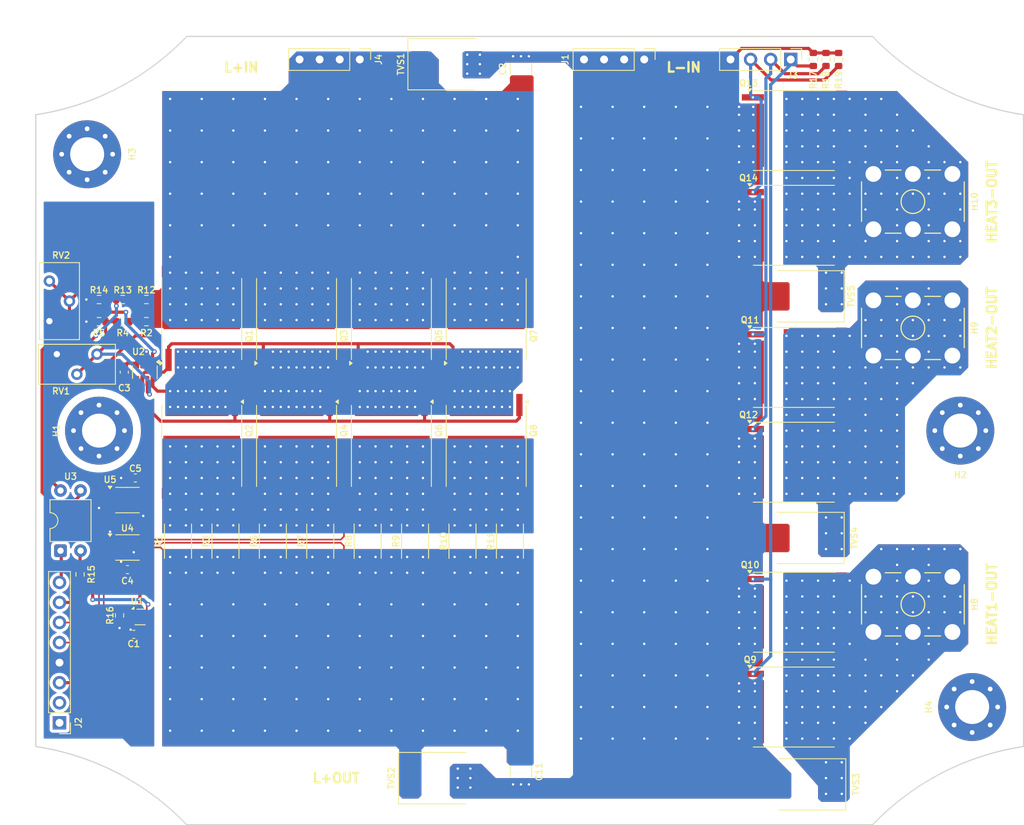
<source format=kicad_pcb>
(kicad_pcb (version 20241229) (generator "pcbnew") (generator_version "9.0")
  (layers (0 "F.Cu" signal) (2 "B.Cu" signal) (13 "F.Paste" user) (15 "B.Paste" user) (5 "F.SilkS" user "F.Silkscreen") (7 "B.SilkS" user "B.Silkscreen") (1 "F.Mask" user) (3 "B.Mask" user) (25 "Edge.Cuts" user))
  (net 0 "")
  (net 1 "GNDD")
  (net 2 "Net-(U2-VCAP)")
  (net 3 "Net-(Q1-S)")
  (net 4 "Net-(Q1-G)")
  (net 5 "Net-(R2-Pad2)")
  (net 6 "Net-(U2-OV)")
  (net 7 "+60V")
  (net 8 "Net-(Q2-D)")
  (net 9 "Net-(R12-Pad2)")
  (net 10 "Net-(R13-Pad2)")
  (net 11 "Net-(R15-Pad1)")
  (net 12 "IN_ENABLE_N")
  (net 13 "IN_ENABLE_P")
  (net 15 "+3V3")
  (net 16 "SDA")
  (net 17 "SCL")
  (net 21 "HEATER1")
  (net 22 "HEATER2")
  (net 23 "HEATER3")
  (net 60 "Net-(J3-Pin_1)")
  (net 61 "Net-(J3-Pin_2)")
  (net 62 "Net-(J3-Pin_3)")
  (net 63 "PGND")
  (net 64 "+60V_OUT")
  (net 65 "Net-(U1-~{OUTA})")
  (net 66 "Net-(U1-SETA)")
  (footprint "MountingHole:MountingHole_4.3mm_M4_Pad_Via" (layer "F.Cu") (at 8 50)
    (property "Reference" "H1")
    (property "Value" "M4")
  )
  (footprint "MountingHole:MountingHole_4.3mm_M4_Pad_Via" (layer "F.Cu") (at 117 50)
    (property "Reference" "H2")
    (property "Value" "M4")
  )
  (footprint "MountingHole:MountingHole_4.3mm_M4_Pad_Via" (layer "F.Cu") (at 6.5 15)
    (property "Reference" "H3")
    (property "Value" "M4")
  )
  (footprint "MountingHole:MountingHole_4.3mm_M4_Pad_Via" (layer "F.Cu") (at 118.5 85)
    (property "Reference" "H4")
    (property "Value" "M4")
  )
  (footprint "Resistor_SMD:R_2512_6332Metric_Pad1.40x3.35mm_HandSolder" (layer "F.Cu") (at 48 64 90)
    (property "Reference" "R9")
    (property "Value" "0R0003")
  )
  (footprint "connectors:KEYS_7798" (layer "F.Cu") (at 111 37)
    (property "Reference" "H9")
    (property "Value" "M4")
  )
  (footprint "Capacitor_SMD:C_0603_1608Metric" (layer "F.Cu") (at 12.6 56 180)
    (property "Reference" "C5")
    (property "Value" "100n")
  )
  (footprint "Diode_SMD:D_SMC" (layer "F.Cu") (at 97.4 33 180)
    (property "Reference" "TVS5")
    (property "Value" "64V")
  )
  (footprint "Package_TO_SOT_SMD:Infineon_PG-HSOF-8-1" (layer "F.Cu") (at 45 35.8 90)
    (property "Reference" "Q5")
    (property "Value" "100V/1.3mR")
  )
  (footprint "Package_TO_SOT_SMD:Infineon_PG-HSOF-8-1" (layer "F.Cu") (at 96 24)
    (property "Reference" "Q14")
    (property "Value" "80V/790uR")
  )
  (footprint "Package_TO_SOT_SMD:Infineon_PG-HSOF-8-1" (layer "F.Cu") (at 96 42)
    (property "Reference" "Q11")
    (property "Value" "80V/790uR")
  )
  (footprint "Capacitor_SMD:C_0603_1608Metric" (layer "F.Cu") (at 12.4 75.8 180)
    (property "Reference" "C1")
    (property "Value" "100n")
  )
  (footprint "Package_SO:VSSOP-10_3x3mm_P0.5mm" (layer "F.Cu") (at 11.6 64.8)
    (property "Reference" "U4")
    (property "Value" "INA237")
  )
  (footprint "Resistor_SMD:R_0603_1608Metric" (layer "F.Cu") (at 10.6 73.4 -90)
    (property "Reference" "R16")
    (property "Value" "180k")
  )
  (footprint "connectors:KEYS_7798" (layer "F.Cu") (at 111 72)
    (property "Reference" "H8")
    (property "Value" "M4")
  )
  (footprint "Resistor_SMD:R_0603_1608Metric" (layer "F.Cu") (at 11 33.4 180)
    (property "Reference" "R13")
    (property "Value" "100k")
  )
  (footprint "Package_TO_SOT_SMD:SOT-23-8" (layer "F.Cu") (at 13.8 42.6 -90)
    (property "Reference" "U2")
    (property "Value" "LM74502")
  )
  (footprint "Resistor_SMD:R_0603_1608Metric" (layer "F.Cu") (at 5.6 68.2 -90)
    (property "Reference" "R15")
    (property "Value" "1k")
  )
  (footprint "Package_TO_SOT_SMD:Infineon_PG-HSOF-8-1" (layer "F.Cu") (at 45 52 -90)
    (property "Reference" "Q6")
    (property "Value" "100V/1.3mR")
  )
  (footprint "Package_TO_SOT_SMD:Infineon_PG-HSOF-8-1" (layer "F.Cu") (at 33 52 -90)
    (property "Reference" "Q4")
    (property "Value" "100V/1.3mR")
  )
  (footprint "Resistor_SMD:R_0603_1608Metric" (layer "F.Cu") (at 14 36.2 180)
    (property "Reference" "R2")
    (property "Value" "100k")
  )
  (footprint "Capacitor_SMD:C_0603_1608Metric" (layer "F.Cu") (at 11.6 67.6 180)
    (property "Reference" "C4")
    (property "Value" "100n")
  )
  (footprint "Resistor_SMD:R_0603_1608Metric" (layer "F.Cu") (at 14 33.4 180)
    (property "Reference" "R12")
    (property "Value" "100k")
  )
  (footprint "Diode_SMD:D_SMC" (layer "F.Cu") (at 97.4 63.6 180)
    (property "Reference" "TVS4")
    (property "Value" "64V")
  )
  (footprint "Resistor_SMD:R_0603_1608Metric" (layer "F.Cu") (at 100 3 90)
    (property "Reference" "R18")
    (property "Value" "10k")
  )
  (footprint "Package_TO_SOT_SMD:Infineon_PG-HSOF-8-1" (layer "F.Cu") (at 57 35.8 90)
    (property "Reference" "Q7")
    (property "Value" "100V/1.3mR")
  )
  (footprint "Capacitor_SMD:C_0603_1608Metric" (layer "F.Cu") (at 11.2 42.6 90)
    (property "Reference" "C3")
    (property "Value" "220n")
  )
  (footprint "Package_TO_SOT_SMD:Infineon_PG-HSOF-8-1" (layer "F.Cu") (at 96 73)
    (property "Reference" "Q10")
    (property "Value" "80V/790uR")
  )
  (footprint "Connector_PinHeader_2.54mm:PinHeader_1x08_P2.54mm_Vertical" (layer "F.Cu") (at 3 87 180)
    (property "Reference" "J2")
    (property "Value" "Conn_01x08_Socket")
  )
  (footprint "Resistor_SMD:R_2512_6332Metric_Pad1.40x3.35mm_HandSolder" (layer "F.Cu") (at 60 64 90)
    (property "Reference" "R11")
    (property "Value" "0R0003")
  )
  (footprint "Package_TO_SOT_SMD:Infineon_PG-HSOF-8-1" (layer "F.Cu") (at 96 12)
    (property "Reference" "Q13")
    (property "Value" "80V/790uR")
  )
  (footprint "Resistor_SMD:R_0603_1608Metric" (layer "F.Cu") (at 8 33.4 180)
    (property "Reference" "R14")
    (property "Value" "4k7")
  )
  (footprint "Resistor_SMD:R_2512_6332Metric_Pad1.40x3.35mm_HandSolder" (layer "F.Cu") (at 42 64 90)
    (property "Reference" "R8")
    (property "Value" "0R0003")
  )
  (footprint "Package_TO_SOT_SMD:Infineon_PG-HSOF-8-1" (layer "F.Cu") (at 33 35.8 90)
    (property "Reference" "Q3")
    (property "Value" "100V/1.3mR")
  )
  (footprint "Resistor_SMD:R_0603_1608Metric" (layer "F.Cu") (at 8 36.2 180)
    (property "Reference" "R5")
    (property "Value" "4k3")
  )
  (footprint "Resistor_SMD:R_2512_6332Metric_Pad1.40x3.35mm_HandSolder" (layer "F.Cu") (at 18 64 90)
    (property "Reference" "R1")
    (property "Value" "0R0003")
  )
  (footprint "Package_TO_SOT_SMD:Infineon_PG-HSOF-8-1" (layer "F.Cu") (at 21 52 -90)
    (property "Reference" "Q2")
    (property "Value" "100V/1.3mR")
  )
  (footprint "connectors:KEYS_7798" (layer "F.Cu") (at 111 21)
    (property "Reference" "H10")
    (property "Value" "M4")
  )
  (footprint "Diode_SMD:D_SMC" (layer "F.Cu") (at 50.8 94)
    (property "Reference" "TVS2")
    (property "Value" "64V")
  )
  (footprint "Package_TO_SOT_SMD:Infineon_PG-HSOF-8-1" (layer "F.Cu") (at 96 85)
    (property "Reference" "Q9")
    (property "Value" "80V/790uR")
  )
  (footprint "Resistor_SMD:R_2512_6332Metric_Pad1.40x3.35mm_HandSolder" (layer "F.Cu") (at 54 64 90)
    (property "Reference" "R10")
    (property "Value" "0R0003")
  )
  (footprint "Connector_PinHeader_2.54mm:PinHeader_1x04_P2.54mm_Vertical" (layer "F.Cu") (at 95.54 3 -90)
    (property "Reference" "J3")
    (property "Value" "Conn_01x03_Socket")
  )
  (footprint "Capacitor_SMD:C_1210_3225Metric" (layer "F.Cu") (at 61.4 93.2 -90)
    (property "Reference" "C11")
    (property "Value" "1u/100V")
  )
  (footprint "Resistor_SMD:R_0603_1608Metric" (layer "F.Cu") (at 101.6 3 90)
    (property "Reference" "R19")
    (property "Value" "10k")
  )
  (footprint "Package_DIP:DIP-4_W7.62mm" (layer "F.Cu") (at 3.125 65.205 90)
    (property "Reference" "U3")
    (property "Value" "LTV-817")
  )
  (footprint "Potentiometer_THT:Potentiometer_Bourns_3296Y_Vertical" (layer "F.Cu") (at 1.72 31.06 90)
    (property "Reference" "RV2")
    (property "Value" "100k")
  )
  (footprint "Resistor_SMD:R_2512_6332Metric_Pad1.40x3.35mm_HandSolder" (layer "F.Cu") (at 36 64 90)
    (property "Reference" "R7")
    (property "Value" "0R0003")
  )
  (footprint "Resistor_SMD:R_2512_6332Metric_Pad1.40x3.35mm_HandSolder" (layer "F.Cu") (at 30 64 90)
    (property "Reference" "R6")
    (property "Value" "0R0003")
  )
  (footprint "Diode_SMD:D_SMC" (layer "F.Cu") (at 52 3.6)
    (property "Reference" "TVS1")
    (property "Value" "64V")
  )
  (footprint "Package_TO_SOT_SMD:Infineon_PG-HSOF-8-1" (layer "F.Cu") (at 96 54)
    (property "Reference" "Q12")
    (property "Value" "80V/790uR")
  )
  (footprint "Diode_SMD:D_SMC" (layer "F.Cu") (at 97.6 94.8 180)
    (property "Reference" "TVS3")
    (property "Value" "64V")
  )
  (footprint "Package_TO_SOT_SMD:SOT-666" (layer "F.Cu") (at 13.2 73.6)
    (property "Reference" "U1")
    (property "Value" "TMP390")
  )
  (footprint "Package_SO:MSOP-8_3x3mm_P0.65mm" (layer "F.Cu") (at 11.6 58.8)
    (property "Reference" "U5")
    (property "Value" "MCP9808_MSOP")
  )
  (footprint "Connector_PinHeader_2.54mm:PinHeader_1x04_P2.54mm_Vertical" (layer "F.Cu") (at 77 3 -90)
    (property "Reference" "J1")
    (property "Value" "Conn_01x03_Socket")
  )
  (footprint "Resistor_SMD:R_0603_1608Metric" (layer "F.Cu") (at 11 36.2 180)
    (property "Reference" "R4")
    (property "Value" "100k")
  )
  (footprint "Package_TO_SOT_SMD:Infineon_PG-HSOF-8-1" (layer "F.Cu") (at 21 35.8 90)
    (property "Reference" "Q1")
    (property "Value" "100V/1.3mR")
  )
  (footprint "Resistor_SMD:R_2512_6332Metric_Pad1.40x3.35mm_HandSolder" (layer "F.Cu") (at 24 64 90)
    (property "Reference" "R3")
    (property "Value" "0R0003")
  )
  (footprint "Connector_PinHeader_2.54mm:PinHeader_1x04_P2.54mm_Vertical" (layer "F.Cu") (at 41 3 -90)
    (property "Reference" "J4")
    (property "Value" "Conn_01x03_Socket")
  )
  (footprint "Potentiometer_THT:Potentiometer_Bourns_3296Y_Vertical" (layer "F.Cu") (at 7.74 40.32)
    (property "Reference" "RV1")
    (property "Value" "100k")
  )
  (footprint "Capacitor_SMD:C_1210_3225Metric" (layer "F.Cu") (at 61.4 4.2 90)
    (property "Reference" "C2")
    (property "Value" "1u/100V")
  )
  (footprint "Package_TO_SOT_SMD:Infineon_PG-HSOF-8-1" (layer "F.Cu") (at 57 52 -90)
    (property "Reference" "Q8")
    (property "Value" "100V/1.3mR")
  )
  (footprint "Resistor_SMD:R_0603_1608Metric" (layer "F.Cu") (at 98.4 3 90)
    (property "Reference" "R17")
    (property "Value" "10k")
  )
  (gr_arc (start 105.902461 99.906524) (mid 114.631152 93.372335) (end 125 90) (stroke (width 0.15)) (layer "Edge.Cuts"))
  (gr_arc (start 125 10) (mid 114.631152 6.627665) (end 105.902461 0.093476) (stroke (width 0.15)) (layer "Edge.Cuts"))
  (gr_arc (start 0 90) (mid 10.368848 93.372335) (end 19.097539 99.906524) (stroke (width 0.15)) (layer "Edge.Cuts"))
  (gr_line (start 19.11 0.08) (end 105.902461 0.09) (stroke (width 0.15)) (layer "Edge.Cuts"))
  (gr_line (start 105.902461 99.906524) (end 19.097539 99.906524) (stroke (width 0.15)) (layer "Edge.Cuts"))
  (gr_line (start 0 90) (end 0 10) (stroke (width 0.15)) (layer "Edge.Cuts"))
  (gr_arc (start 19.11 0.08) (mid 10.376844 6.623152) (end -0.000049 9.999682) (stroke (width 0.15)) (layer "Edge.Cuts"))
  (gr_line (start 125 10) (end 125 90) (stroke (width 0.15)) (layer "Edge.Cuts"))
  (gr_text "HEAT3-OUT" (at 121 21 90) (layer "F.SilkS") (effects (font (size 1.2 1.2) (thickness 0.3) (bold yes))))
  (gr_text "HEAT2-OUT" (at 121 37 90) (layer "F.SilkS") (effects (font (size 1.2 1.2) (thickness 0.3) (bold yes))))
  (gr_text "L+IN" (at 26 4 0) (layer "F.SilkS") (effects (font (size 1.2 1.2) (thickness 0.3) (bold yes))))
  (gr_text "HEAT1-OUT" (at 121 72 90) (layer "F.SilkS") (effects (font (size 1.2 1.2) (thickness 0.3) (bold yes))))
  (gr_text "L-IN" (at 82 4 0) (layer "F.SilkS") (effects (font (size 1.2 1.2) (thickness 0.3) (bold yes))))
  (gr_text "L+OUT" (at 38 94 0) (layer "F.SilkS") (effects (font (size 1.2 1.2) (thickness 0.3) (bold yes))))
  (segment (start 9.4875 59.775) (end 8.025 59.775) (width 0.3) (layer "F.Cu") (net 1))
  (segment (start 10.6 74.225) (end 10.6 75) (width 0.2) (layer "F.Cu") (net 1))
  (segment (start 12.35 74.85) (end 12 75.2) (width 0.2) (layer "F.Cu") (net 1))
  (segment (start 9.4 64.3) (end 9.4 63.8) (width 0.3) (layer "F.Cu") (net 1))
  (segment (start 12.5 65.3) (end 12.4 65.4) (width 0.3) (layer "F.Cu") (net 1))
  (segment (start 7.175 36.2) (end 6.4 36.2) (width 0.4) (layer "F.Cu") (net 1))
  (segment (start 14.125 40.125) (end 14 40) (width 0.4) (layer "F.Cu") (net 1))
  (segment (start 13.7125 59.775) (end 13.7125 60.6875) (width 0.3) (layer "F.Cu") (net 1))
  (segment (start 13.8 65.3) (end 12.5 65.3) (width 0.3) (layer "F.Cu") (net 1))
  (segment (start 11.625 75.575) (end 12 75.2) (width 0.2) (layer "F.Cu") (net 1))
  (segment (start 13.7125 59.125) (end 13.7125 59.775) (width 0.3) (layer "F.Cu") (net 1))
  (segment (start 12.275 73.6) (end 11.225 73.6) (width 0.2) (layer "F.Cu") (net 1))
  (segment (start 14.125 41.4625) (end 14.125 40.125) (width 0.4) (layer "F.Cu") (net 1))
  (segment (start 11.625 75.8) (end 11.625 75.575) (width 0.2) (layer "F.Cu") (net 1))
  (segment (start 8.025 59.775) (end 8 59.8) (width 0.3) (layer "F.Cu") (net 1))
  (segment (start 13.7125 58.475) (end 13.7125 59.125) (width 0.3) (layer "F.Cu") (net 1))
  (segment (start 10.825 67.6) (end 10.825 66.625) (width 0.2) (layer "F.Cu") (net 1))
  (segment (start 10.825 66.625) (end 10.8 66.6) (width 0.2) (layer "F.Cu") (net 1))
  (segment (start 9.4 63.8) (end 9.4 62.8) (width 0.3) (layer "F.Cu") (net 1))
  (segment (start 10.8 56) (end 11.825 56) (width 0.3) (layer "F.Cu") (net 1))
  (segment (start 11.225 73.6) (end 10.6 74.225) (width 0.2) (layer "F.Cu") (net 1))
  (segment (start 7.175 33.4) (end 6.4 33.4) (width 0.4) (layer "F.Cu") (net 1))
  (segment (start 13.7125 60.6875) (end 13.6 60.8) (width 0.3) (layer "F.Cu") (net 1))
  (segment (start 12.35 74.1375) (end 12.35 74.85) (width 0.2) (layer "F.Cu") (net 1))
  (via (at 10.6 75) (size 0.6) (drill 0.3) (layers "F.Cu" "B.Cu") (net 1))
  (via (at 13.6 60.8) (size 0.6) (drill 0.3) (layers "F.Cu" "B.Cu") (net 1))
  (via (at 12.4 65.4) (size 0.6) (drill 0.3) (layers "F.Cu" "B.Cu") (net 1))
  (via (at 8 59.8) (size 0.6) (drill 0.3) (layers "F.Cu" "B.Cu") (net 1))
  (via (at 10.8 66.6) (size 0.6) (drill 0.3) (layers "F.Cu" "B.Cu") (net 1))
  (via (at 12 75.2) (size 0.6) (drill 0.3) (layers "F.Cu" "B.Cu") (net 1))
  (via (at 6.4 36.2) (size 0.6) (drill 0.3) (layers "F.Cu" "B.Cu") (net 1))
  (via (at 14 40) (size 0.6) (drill 0.3) (layers "F.Cu" "B.Cu") (net 1))
  (via (at 9.4 62.8) (size 0.6) (drill 0.3) (layers "F.Cu" "B.Cu") (net 1))
  (via (at 6.4 33.4) (size 0.6) (drill 0.3) (layers "F.Cu" "B.Cu") (net 1))
  (via (at 10.8 56) (size 0.6) (drill 0.3) (layers "F.Cu" "B.Cu") (net 1))
  (segment (start 12.825 41.4625) (end 11.5625 41.4625) (width 0.4) (layer "F.Cu") (net 2))
  (segment (start 11.5625 41.4625) (end 11.2 41.825) (width 0.4) (layer "F.Cu") (net 2))
  (segment (start 14.775 43.7375) (end 14.775 44.375) (width 0.4) (layer "F.Cu") (net 3))
  (segment (start 14.775 44.375) (end 15.4 45) (width 0.4) (layer "F.Cu") (net 3))
  (segment (start 15.4 45) (end 17 45) (width 0.4) (layer "F.Cu") (net 3))
  (via (at 44 42) (size 0.6) (drill 0.3) (layers "F.Cu" "B.Cu") (net 3))
  (via (at 46 40) (size 0.6) (drill 0.3) (layers "F.Cu" "B.Cu") (net 3))
  (via (at 35 47) (size 0.6) (drill 0.3) (layers "F.Cu" "B.Cu") (net 3))
  (via (at 31 40) (size 0.6) (drill 0.3) (layers "F.Cu" "B.Cu") (net 3))
  (via (at 30 42) (size 0.6) (drill 0.3) (layers "F.Cu" "B.Cu") (net 3))
  (via (at 35 40) (size 0.6) (drill 0.3) (layers "F.Cu" "B.Cu") (net 3))
  (via (at 34 40) (size 0.6) (drill 0.3) (layers "F.Cu" "B.Cu") (net 3))
  (via (at 20 42) (size 0.6) (drill 0.3) (layers "F.Cu" "B.Cu") (net 3))
  (via (at 41 45) (size 0.6) (drill 0.3) (layers "F.Cu" "B.Cu") (net 3))
  (via (at 18 40) (size 0.6) (drill 0.3) (layers "F.Cu" "B.Cu") (net 3))
  (via (at 45 40) (size 0.6) (drill 0.3) (layers "F.Cu" "B.Cu") (net 3))
  (via (at 44 45) (size 0.6) (drill 0.3) (layers "F.Cu" "B.Cu") (net 3))
  (via (at 46 42) (size 0.6) (drill 0.3) (layers "F.Cu" "B.Cu") (net 3))
  (via (at 25 42) (size 0.6) (drill 0.3) (layers "F.Cu" "B.Cu") (net 3))
  (via (at 55 42) (size 0.6) (drill 0.3) (layers "F.Cu" "B.Cu") (net 3))
  (via (at 49 40) (size 0.6) (drill 0.3) (layers "F.Cu" "B.Cu") (net 3))
  (via (at 60 45) (size 0.6) (drill 0.3) (layers "F.Cu" "B.Cu") (net 3))
  (via (at 57 40) (size 0.6) (drill 0.3) (layers "F.Cu" "B.Cu") (net 3))
  (via (at 56 47) (size 0.6) (drill 0.3) (layers "F.Cu" "B.Cu") (net 3))
  (via (at 31 45) (size 0.6) (drill 0.3) (layers "F.Cu" "B.Cu") (net 3))
  (via (at 47 45) (size 0.6) (drill 0.3) (layers "F.Cu" "B.Cu") (net 3))
  (via (at 33 47) (size 0.6) (drill 0.3) (layers "F.Cu" "B.Cu") (net 3))
  (via (at 20 40) (size 0.6) (drill 0.3) (layers "F.Cu" "B.Cu") (net 3))
  (via (at 55 47) (size 0.6) (drill 0.3) (layers "F.Cu" "B.Cu") (net 3))
  (via (at 24 45) (size 0.6) (drill 0.3) (layers "F.Cu" "B.Cu") (net 3))
  (via (at 60 47) (size 0.6) (drill 0.3) (layers "F.Cu" "B.Cu") (net 3))
  (via (at 19 40) (size 0.6) (drill 0.3) (layers "F.Cu" "B.Cu") (net 3))
  (via (at 48 47) (size 0.6) (drill 0.3) (layers "F.Cu" "B.Cu") (net 3))
  (via (at 36 40) (size 0.6) (drill 0.3) (layers "F.Cu" "B.Cu") (net 3))
  (via (at 22 42) (size 0.6) (drill 0.3) (layers "F.Cu" "B.Cu") (net 3))
  (via (at 32 40) (size 0.6) (drill 0.3) (layers "F.Cu" "B.Cu") (net 3))
  (via (at 58 45) (size 0.6) (drill 0.3) (layers "F.Cu" "B.Cu") (net 3))
  (via (at 44 47) (size 0.6) (drill 0.3) (layers "F.Cu" "B.Cu") (net 3))
  (via (at 43 42) (size 0.6) (drill 0.3) (layers "F.Cu" "B.Cu") (net 3))
  (via (at 42 40) (size 0.6) (drill 0.3) (layers "F.Cu" "B.Cu") (net 3))
  (via (at 43 47) (size 0.6) (drill 0.3) (layers "F.Cu" "B.Cu") (net 3))
  (via (at 19 47) (size 0.6) (drill 0.3) (layers "F.Cu" "B.Cu") (net 3))
  (via (at 48 45) (size 0.6) (drill 0.3) (layers "F.Cu" "B.Cu") (net 3))
  (via (at 49 42) (size 0.6) (drill 0.3) (layers "F.Cu" "B.Cu") (net 3))
  (via (at 17 47) (size 0.6) (drill 0.3) (layers "F.Cu" "B.Cu") (net 3))
  (via (at 22 47) (size 0.6) (drill 0.3) (layers "F.Cu" "B.Cu") (net 3))
  (via (at 23 42) (size 0.6) (drill 0.3) (layers "F.Cu" "B.Cu") (net 3))
  (via (at 59 42) (size 0.6) (drill 0.3) (layers "F.Cu" "B.Cu") (net 3))
  (via (at 60 40) (size 0.6) (drill 0.3) (layers "F.Cu" "B.Cu") (net 3))
  (via (at 59 45) (size 0.6) (drill 0.3) (layers "F.Cu" "B.Cu") (net 3))
  (via (at 54 47) (size 0.6) (drill 0.3) (layers "F.Cu" "B.Cu") (net 3))
  (via (at 30 45) (size 0.6) (drill 0.3) (layers "F.Cu" "B.Cu") (net 3))
  (via (at 33 42) (size 0.6) (drill 0.3) (layers "F.Cu" "B.Cu") (net 3))
  (via (at 32 42) (size 0.6) (drill 0.3) (layers "F.Cu" "B.Cu") (net 3))
  (via (at 21 45) (size 0.6) (drill 0.3) (layers "F.Cu" "B.Cu") (net 3))
  (via (at 44 40) (size 0.6) (drill 0.3) (layers "F.Cu" "B.Cu") (net 3))
  (via (at 42 47) (size 0.6) (drill 0.3) (layers "F.Cu" "B.Cu") (net 3))
  (via (at 53 47) (size 0.6) (drill 0.3) (layers "F.Cu" "B.Cu") (net 3))
  (via (at 46 45) (size 0.6) (drill 0.3) (layers "F.Cu" "B.Cu") (net 3))
  (via (at 58 42) (size 0.6) (drill 0.3) (layers "F.Cu" "B.Cu") (net 3))
  (via (at 29 45) (size 0.6) (drill 0.3) (layers "F.Cu" "B.Cu") (net 3))
  (via (at 60 42) (size 0.6) (drill 0.3) (layers "F.Cu" "B.Cu") (net 3))
  (via (at 20 47) (size 0.6) (drill 0.3) (layers "F.Cu" "B.Cu") (net 3))
  (via (at 61 42) (size 0.6) (drill 0.3) (layers "F.Cu" "B.Cu") (net 3))
  (via (at 57 45) (size 0.6) (drill 0.3) (layers "F.Cu" "B.Cu") (net 3))
  (via (at 55 40) (size 0.6) (drill 0.3) (layers "F.Cu" "B.Cu") (net 3))
  (via (at 34 45) (size 0.6) (drill 0.3) (layers "F.Cu" "B.Cu") (net 3))
  (via (at 45 45) (size 0.6) (drill 0.3) (layers "F.Cu" "B.Cu") (net 3))
  (via (at 48 40) (size 0.6) (drill 0.3) (layers "F.Cu" "B.Cu") (net 3))
  (via (at 24 40) (size 0.6) (drill 0.3) (layers "F.Cu" "B.Cu") (net 3))
  (via (at 36 42) (size 0.6) (drill 0.3) (layers "F.Cu" "B.Cu") (net 3))
  (via (at 32 47) (size 0.6) (drill 0.3) (layers "F.Cu" "B.Cu") (net 3))
  (via (at 59 40) (size 0.6) (drill 0.3) (layers "F.Cu" "B.Cu") (net 3))
  (via (at 19 42) (size 0.6) (drill 0.3) (layers "F.Cu" "B.Cu") (net 3))
  (via (at 35 45) (size 0.6) (drill 0.3) (layers "F.Cu" "B.Cu") (net 3))
  (via (at 55 45) (size 0.6) (drill 0.3) (layers "F.Cu" "B.Cu") (net 3))
  (via (at 43 45) (size 0.6) (drill 0.3) (layers "F.Cu" "B.Cu") (net 3))
  (via (at 29 47) (size 0.6) (drill 0.3) (layers "F.Cu" "B.Cu") (net 3))
  (via (at 24 47) (size 0.6) (drill 0.3) (layers "F.Cu" "B.Cu") (net 3))
  (via (at 47 47) (size 0.6) (drill 0.3) (layers "F.Cu" "B.Cu") (net 3))
  (via (at 45 42) (size 0.6) (drill 0.3) (layers "F.Cu" "B.Cu") (net 3))
  (via (at 59 47) (size 0.6) (drill 0.3) (layers "F.Cu" "B.Cu") (net 3))
  (via (at 32 45) (size 0.6) (drill 0.3) (layers "F.Cu" "B.Cu") (net 3))
  (via (at 56 45) (size 0.6) (drill 0.3) (layers "F.Cu" "B.Cu") (net 3))
  (via (at 58 40) (size 0.6) (drill 0.3) (layers "F.Cu" "B.Cu") (net 3))
  (via (at 53 45) (size 0.6) (drill 0.3) (layers "F.Cu" "B.Cu") (net 3))
  (via (at 36 45) (size 0.6) (drill 0.3) (layers "F.Cu" "B.Cu") (net 3))
  (via (at 33 40) (size 0.6) (drill 0.3) (layers "F.Cu" "B.Cu") (net 3))
  (via (at 42 45) (size 0.6) (drill 0.3) (layers "F.Cu" "B.Cu") (net 3))
  (via (at 31 47) (size 0.6) (drill 0.3) (layers "F.Cu" "B.Cu") (net 3))
  (via (at 18 42) (size 0.6) (drill 0.3) (layers "F.Cu" "B.Cu") (net 3))
  (via (at 25 40) (size 0.6) (drill 0.3) (layers "F.Cu" "B.Cu") (net 3))
  (via (at 30 40) (size 0.6) (drill 0.3) (layers "F.Cu" "B.Cu") (net 3))
  (via (at 34 42) (size 0.6) (drill 0.3) (layers "F.Cu" "B.Cu") (net 3))
  (via (at 41 47) (size 0.6) (drill 0.3) (layers "F.Cu" "B.Cu") (net 3))
  (via (at 37 42) (size 0.6) (drill 0.3) (layers "F.Cu" "B.Cu") (net 3))
  (via (at 21 40) (size 0.6) (drill 0.3) (layers "F.Cu" "B.Cu") (net 3))
  (via (at 35 42) (size 0.6) (drill 0.3) (layers "F.Cu" "B.Cu") (net 3))
  (via (at 56 40) (size 0.6) (drill 0.3) (layers "F.Cu" "B.Cu") (net 3))
  (via (at 57 47) (size 0.6) (drill 0.3) (layers "F.Cu" "B.Cu") (net 3))
  (via (at 33 45) (size 0.6) (drill 0.3) (layers "F.Cu" "B.Cu") (net 3))
  (via (at 37 40) (size 0.6) (drill 0.3) (layers "F.Cu" "B.Cu") (net 3))
  (via (at 22 40) (size 0.6) (drill 0.3) (layers "F.Cu" "B.Cu") (net 3))
  (via (at 46 47) (size 0.6) (drill 0.3) (layers "F.Cu" "B.Cu") (net 3))
  (via (at 47 42) (size 0.6) (drill 0.3) (layers "F.Cu" "B.Cu") (net 3))
  (via (at 23 45) (size 0.6) (drill 0.3) (layers "F.Cu" "B.Cu") (net 3))
  (via (at 19 45) (size 0.6) (drill 0.3) (layers "F.Cu" "B.Cu") (net 3))
  (via (at 57 42) (size 0.6) (drill 0.3) (layers "F.Cu" "B.Cu") (net 3))
  (via (at 18 47) (size 0.6) (drill 0.3) (layers "F.Cu" "B.Cu") (net 3))
  (via (at 21 42) (size 0.6) (drill 0.3) (layers "F.Cu" "B.Cu") (net 3))
  (via (at 31 42) (size 0.6) (drill 0.3) (layers "F.Cu" "B.Cu") (net 3))
  (via (at 34 47) (size 0.6) (drill 0.3) (layers "F.Cu" "B.Cu") (net 3))
  (via (at 18 45) (size 0.6) (drill 0.3) (layers "F.Cu" "B.Cu") (net 3))
  (via (at 24 42) (size 0.6) (drill 0.3) (layers "F.Cu" "B.Cu") (net 3))
  (via (at 48 42) (size 0.6) (drill 0.3) (layers "F.Cu" "B.Cu") (net 3))
  (via (at 20 45) (size 0.6) (drill 0.3) (layers "F.Cu" "B.Cu") (net 3))
  (via (at 23 47) (size 0.6) (drill 0.3) (layers "F.Cu" "B.Cu") (net 3))
  (via (at 54 45) (size 0.6) (drill 0.3) (layers "F.Cu" "B.Cu") (net 3))
  (via (at 22 45) (size 0.6) (drill 0.3) (layers "F.Cu" "B.Cu") (net 3))
  (via (at 43 40) (size 0.6) (drill 0.3) (layers "F.Cu" "B.Cu") (net 3))
  (via (at 61 40) (size 0.6) (drill 0.3) (layers "F.Cu" "B.Cu") (net 3))
  (via (at 21 47) (size 0.6) (drill 0.3) (layers "F.Cu" "B.Cu") (net 3))
  (via (at 42 42) (size 0.6) (drill 0.3) (layers "F.Cu" "B.Cu") (net 3))
  (via (at 36 47) (size 0.6) (drill 0.3) (layers "F.Cu" "B.Cu") (net 3))
  (via (at 23 40) (size 0.6) (drill 0.3) (layers "F.Cu" "B.Cu") (net 3))
  (via (at 30 47) (size 0.6) (drill 0.3) (layers "F.Cu" "B.Cu") (net 3))
  (via (at 45 47) (size 0.6) (drill 0.3) (layers "F.Cu" "B.Cu") (net 3))
  (via (at 56 42) (size 0.6) (drill 0.3) (layers "F.Cu" "B.Cu") (net 3))
  (via (at 47 40) (size 0.6) (drill 0.3) (layers "F.Cu" "B.Cu") (net 3))
  (via (at 54 42) (size 0.6) (drill 0.3) (layers "F.Cu" "B.Cu") (net 3))
  (via (at 54 40) (size 0.6) (drill 0.3) (layers "F.Cu" "B.Cu") (net 3))
  (via (at 58 47) (size 0.6) (drill 0.3) (layers "F.Cu" "B.Cu") (net 3))
  (via (at 17 45) (size 0.6) (drill 0.3) (layers "F.Cu" "B.Cu") (net 3))
  (segment (start 25.2 48.8) (end 37.2 48.8) (width 0.4) (layer "F.Cu") (net 4))
  (segment (start 16.8 42) (end 16.2 42.6) (width 0.4) (layer "F.Cu") (net 4))
  (segment (start 13.475 43.7375) (end 13.475 46.475) (width 0.4) (layer "F.Cu") (net 4))
  (segment (start 49.2 48.8) (end 60.8 48.8) (width 0.4) (layer "F.Cu") (net 4))
  (segment (start 61.2 48.4) (end 61.2 46.75) (width 0.4) (layer "F.Cu") (net 4))
  (segment (start 25.2 46.75) (end 25.2 48.8) (width 0.4) (layer "F.Cu") (net 4))
  (segment (start 60.8 48.8) (end 61.2 48.4) (width 0.4) (layer "F.Cu") (net 4))
  (segment (start 13.475 42.925) (end 13.8 42.6) (width 0.4) (layer "F.Cu") (net 4))
  (segment (start 49.2 46.75) (end 49.2 48.8) (width 0.4) (layer "F.Cu") (net 4))
  (segment (start 16.8 39.4) (end 17.2 39) (width 0.4) (layer "F.Cu") (net 4))
  (segment (start 15.8 48.8) (end 25.2 48.8) (width 0.4) (layer "F.Cu") (net 4))
  (segment (start 13.8 42.6) (end 16.2 42.6) (width 0.4) (layer "F.Cu") (net 4))
  (segment (start 16.8 41.05) (end 16.8 39.4) (width 0.4) (layer "F.Cu") (net 4))
  (segment (start 13.475 46.475) (end 15.8 48.8) (width 0.4) (layer "F.Cu") (net 4))
  (segment (start 17.2 39) (end 28.8 39) (width 0.4) (layer "F.Cu") (net 4))
  (segment (start 13.475 43.7375) (end 13.475 42.925) (width 0.4) (layer "F.Cu") (net 4))
  (segment (start 37.2 46.75) (end 37.2 48.8) (width 0.4) (layer "F.Cu") (net 4))
  (segment (start 52.4 39) (end 52.8 39.4) (width 0.4) (layer "F.Cu") (net 4))
  (segment (start 28.8 39) (end 40.8 39) (width 0.4) (layer "F.Cu") (net 4))
  (segment (start 37.2 48.8) (end 49.2 48.8) (width 0.4) (layer "F.Cu") (net 4))
  (segment (start 40.8 41.05) (end 40.8 39) (width 0.4) (layer "F.Cu") (net 4))
  (segment (start 40.8 39) (end 52.4 39) (width 0.4) (layer "F.Cu") (net 4))
  (segment (start 16.8 41.05) (end 16.8 42) (width 0.4) (layer "F.Cu") (net 4))
  (segment (start 28.8 41.05) (end 28.8 39) (width 0.4) (layer "F.Cu") (net 4))
  (segment (start 52.8 39.4) (end 52.8 41.05) (width 0.4) (layer "F.Cu") (net 4))
  (segment (start 13.175 36.2) (end 11.825 36.2) (width 0.4) (layer "F.Cu") (net 5))
  (segment (start 10.175 36.2) (end 8.825 36.2) (width 0.4) (layer "F.Cu") (net 6))
  (segment (start 14.125 43.7375) (end 14.125 45.125) (width 0.4) (layer "F.Cu") (net 6))
  (segment (start 8.825 39.235) (end 7.74 40.32) (width 0.4) (layer "F.Cu") (net 6))
  (segment (start 14.125 45.125) (end 14.4 45.4) (width 0.4) (layer "F.Cu") (net 6))
  (segment (start 8.825 36.2) (end 8.825 39.235) (width 0.4) (layer "F.Cu") (net 6))
  (segment (start 7.74 40.32) (end 5.2 42.86) (width 0.4) (layer "F.Cu") (net 6))
  (via (at 14.4 45.4) (size 0.6) (drill 0.3) (layers "F.Cu" "B.Cu") (net 6))
  (segment (start 14.4 45.4) (end 14.4 43.8) (width 0.4) (layer "B.Cu") (net 6))
  (segment (start 14.4 43.8) (end 10.92 40.32) (width 0.4) (layer "B.Cu") (net 6))
  (segment (start 10.92 40.32) (end 7.74 40.32) (width 0.4) (layer "B.Cu") (net 6))
  (segment (start 14.825 37.375) (end 14.825 36.2) (width 0.4) (layer "F.Cu") (net 7))
  (segment (start 12.6 38) (end 14.2 38) (width 0.4) (layer "F.Cu") (net 7))
  (segment (start 14.2 38) (end 14.825 37.375) (width 0.4) (layer "F.Cu") (net 7))
  (segment (start 12.825 43.7375) (end 11.5625 43.7375) (width 0.4) (layer "F.Cu") (net 7))
  (segment (start 9.6 41) (end 12.6 38) (width 0.4) (layer "F.Cu") (net 7))
  (segment (start 52.8 36.2) (end 57 32) (width 0.2) (layer "F.Cu") (net 7))
  (segment (start 9.6 43) (end 9.6 41) (width 0.4) (layer "F.Cu") (net 7))
  (segment (start 16.8 36.2) (end 21 32) (width 0.2) (layer "F.Cu") (net 7))
  (segment (start 43.6 33.4) (end 45 32) (width 0.2) (layer "F.Cu") (net 7))
  (segment (start 11.5625 43.7375) (end 11.2 43.375) (width 0.4) (layer "F.Cu") (net 7))
  (segment (start 11.2 43.375) (end 9.975 43.375) (width 0.4) (layer "F.Cu") (net 7))
  (segment (start 9.975 43.375) (end 9.6 43) (width 0.4) (layer "F.Cu") (net 7))
  (segment (start 55.6 33.4) (end 57 32) (width 0.2) (layer "F.Cu") (net 7))
  (segment (start 28.8 36.2) (end 33 32) (width 0.2) (layer "F.Cu") (net 7))
  (segment (start 31.6 33.4) (end 33 32) (width 0.2) (layer "F.Cu") (net 7))
  (segment (start 19.6 33.4) (end 21 32) (width 0.2) (layer "F.Cu") (net 7))
  (segment (start 40.8 36.2) (end 45 32) (width 0.2) (layer "F.Cu") (net 7))
  (via (at 21 20) (size 0.6) (drill 0.3) (layers "F.Cu" "B.Cu") (net 7))
  (via (at 17 24) (size 0.6) (drill 0.3) (layers "F.Cu" "B.Cu") (net 7))
  (via (at 33 36) (size 0.6) (drill 0.3) (layers "F.Cu" "B.Cu") (net 7))
  (via (at 25 12) (size 0.6) (drill 0.3) (layers "F.Cu" "B.Cu") (net 7))
  (via (at 29 12) (size 0.6) (drill 0.3) (layers "F.Cu" "B.Cu") (net 7))
  (via (at 57 8) (size 0.6) (drill 0.3) (layers "F.Cu" "B.Cu") (net 7))
  (via (at 35 32) (size 0.6) (drill 0.3) (layers "F.Cu" "B.Cu") (net 7))
  (via (at 23 34) (size 0.6) (drill 0.3) (layers "F.Cu" "B.Cu") (net 7))
  (via (at 45 32) (size 0.6) (drill 0.3) (layers "F.Cu" "B.Cu") (net 7))
  (via (at 53 36) (size 0.6) (drill 0.3) (layers "F.Cu" "B.Cu") (net 7))
  (via (at 37 24) (size 0.6) (drill 0.3) (layers "F.Cu" "B.Cu") (net 7))
  (via (at 29 34) (size 0.6) (drill 0.3) (layers "F.Cu" "B.Cu") (net 7))
  (via (at 47 36) (size 0.6) (drill 0.3) (layers "F.Cu" "B.Cu") (net 7))
  (via (at 31 34) (size 0.6) (drill 0.3) (layers "F.Cu" "B.Cu") (net 7))
  (via (at 53 8) (size 0.6) (drill 0.3) (layers "F.Cu" "B.Cu") (net 7))
  (via (at 61 36) (size 0.6) (drill 0.3) (layers "F.Cu" "B.Cu") (net 7))
  (via (at 21 12) (size 0.6) (drill 0.3) (layers "F.Cu" "B.Cu") (net 7))
  (via (at 31 30) (size 0.6) (drill 0.3) (layers "F.Cu" "B.Cu") (net 7))
  (via (at 49 16) (size 0.6) (drill 0.3) (layers "F.Cu" "B.Cu") (net 7))
  (via (at 21 24) (size 0.6) (drill 0.3) (layers "F.Cu" "B.Cu") (net 7))
  (via (at 29 16) (size 0.6) (drill 0.3) (layers "F.Cu" "B.Cu") (net 7))
  (via (at 37 36) (size 0.6) (drill 0.3) (layers "F.Cu" "B.Cu") (net 7))
  (via (at 17 36) (size 0.6) (drill 0.3) (layers "F.Cu" "B.Cu") (net 7))
  (via (at 29 32) (size 0.6) (drill 0.3) (layers "F.Cu" "B.Cu") (net 7))
  (via (at 29 30) (size 0.6) (drill 0.3) (layers "F.Cu" "B.Cu") (net 7))
  (via (at 41 34) (size 0.6) (drill 0.3) (layers "F.Cu" "B.Cu") (net 7))
  (via (at 35 36) (size 0.6) (drill 0.3) (layers "F.Cu" "B.Cu") (net 7))
  (via (at 55 30) (size 0.6) (drill 0.3) (layers "F.Cu" "B.Cu") (net 7))
  (via (at 33 12) (size 0.6) (drill 0.3) (layers "F.Cu" "B.Cu") (net 7))
  (via (at 25 34) (size 0.6) (drill 0.3) (layers "F.Cu" "B.Cu") (net 7))
  (via (at 61 12) (size 0.6) (drill 0.3) (layers "F.Cu" "B.Cu") (net 7))
  (via (at 59 36) (size 0.6) (drill 0.3) (layers "F.Cu" "B.Cu") (net 7))
  (via (at 29 24) (size 0.6) (drill 0.3) (layers "F.Cu" "B.Cu") (net 7))
  (via (at 53 16) (size 0.6) (drill 0.3) (layers "F.Cu" "B.Cu") (net 7))
  (via (at 61 20) (size 0.6) (drill 0.3) (layers "F.Cu" "B.Cu") (net 7))
  (via (at 17 34) (size 0.6) (drill 0.3) (layers "F.Cu" "B.Cu") (net 7))
  (via (at 49 36) (size 0.6) (drill 0.3) (layers "F.Cu" "B.Cu") (net 7))
  (via (at 45 30) (size 0.6) (drill 0.3) (layers "F.Cu" "B.Cu") (net 7))
  (via (at 57 32) (size 0.6) (drill 0.3) (layers "F.Cu" "B.Cu") (net 7))
  (via (at 29 8) (size 0.6) (drill 0.3) (layers "F.Cu" "B.Cu") (net 7))
  (via (at 29 36) (size 0.6) (drill 0.3) (layers "F.Cu" "B.Cu") (net 7))
  (via (at 43 34) (size 0.6) (drill 0.3) (layers "F.Cu" "B.Cu") (net 7))
  (via (at 25 32) (size 0.6) (drill 0.3) (layers "F.Cu" "B.Cu") (net 7))
  (via (at 23 32) (size 0.6) (drill 0.3) (layers "F.Cu" "B.Cu") (net 7))
  (via (at 45 36) (size 0.6) (drill 0.3) (layers "F.Cu" "B.Cu") (net 7))
  (via (at 23 36) (size 0.6) (drill 0.3) (layers "F.Cu" "B.Cu") (net 7))
  (via (at 19 30) (size 0.6) (drill 0.3) (layers "F.Cu" "B.Cu") (net 7))
  (via (at 59 32) (size 0.6) (drill 0.3) (layers "F.Cu" "B.Cu") (net 7))
  (via (at 61 30) (size 0.6) (drill 0.3) (layers "F.Cu" "B.Cu") (net 7))
  (via (at 53 32) (size 0.6) (drill 0.3) (layers "F.Cu" "B.Cu") (net 7))
  (via (at 23 30) (size 0.6) (drill 0.3) (layers "F.Cu" "B.Cu") (net 7))
  (via (at 45 16) (size 0.6) (drill 0.3) (layers "F.Cu" "B.Cu") (net 7))
  (via (at 19 36) (size 0.6) (drill 0.3) (layers "F.Cu" "B.Cu") (net 7))
  (via (at 33 34) (size 0.6) (drill 0.3) (layers "F.Cu" "B.Cu") (net 7))
  (via (at 31 36) (size 0.6) (drill 0.3) (layers "F.Cu" "B.Cu") (net 7))
  (via (at 35 30) (size 0.6) (drill 0.3) (layers "F.Cu" "B.Cu") (net 7))
  (via (at 57 12) (size 0.6) (drill 0.3) (layers "F.Cu" "B.Cu") (net 7))
  (via (at 33 32) (size 0.6) (drill 0.3) (layers "F.Cu" "B.Cu") (net 7))
  (via (at 49 30) (size 0.6) (drill 0.3) (layers "F.Cu" "B.Cu") (net 7))
  (via (at 41 24) (size 0.6) (drill 0.3) (layers "F.Cu" "B.Cu") (net 7))
  (via (at 43 32) (size 0.6) (drill 0.3) (layers "F.Cu" "B.Cu") (net 7))
  (via (at 37 8) (size 0.6) (drill 0.3) (layers "F.Cu" "B.Cu") (net 7))
  (via (at 19 32) (size 0.6) (drill 0.3) (layers "F.Cu" "B.Cu") (net 7))
  (via (at 21 34) (size 0.6) (drill 0.3) (layers "F.Cu" "B.Cu") (net 7))
  (via (at 41 32) (size 0.6) (drill 0.3) (layers "F.Cu" "B.Cu") (net 7))
  (via (at 17 28) (size 0.6) (drill 0.3) (layers "F.Cu" "B.Cu") (net 7))
  (via (at 43 30) (size 0.6) (drill 0.3) (layers "F.Cu" "B.Cu") (net 7))
  (via (at 31 32) (size 0.6) (drill 0.3) (layers "F.Cu" "B.Cu") (net 7))
  (via (at 57 34) (size 0.6) (drill 0.3) (layers "F.Cu" "B.Cu") (net 7))
  (via (at 33 8) (size 0.6) (drill 0.3) (layers "F.Cu" "B.Cu") (net 7))
  (via (at 43 36) (size 0.6) (drill 0.3) (layers "F.Cu" "B.Cu") (net 7))
  (via (at 37 12) (size 0.6) (drill 0.3) (layers "F.Cu" "B.Cu") (net 7))
  (via (at 37 16) (size 0.6) (drill 0.3) (layers "F.Cu" "B.Cu") (net 7))
  (via (at 61 28) (size 0.6) (drill 0.3) (layers "F.Cu" "B.Cu") (net 7))
  (via (at 33 24) (size 0.6) (drill 0.3) (layers "F.Cu" "B.Cu") (net 7))
  (via (at 45 34) (size 0.6) (drill 0.3) (layers "F.Cu" "B.Cu") (net 7))
  (via (at 61 8) (size 0.6) (drill 0.3) (layers "F.Cu" "B.Cu") (net 7))
  (via (at 19 34) (size 0.6) (drill 0.3) (layers "F.Cu" "B.Cu") (net 7))
  (via (at 17 32) (size 0.6) (drill 0.3) (layers "F.Cu" "B.Cu") (net 7))
  (via (at 17 8) (size 0.6) (drill 0.3) (layers "F.Cu" "B.Cu") (net 7))
  (via (at 41 8) (size 0.6) (drill 0.3) (layers "F.Cu" "B.Cu") (net 7))
  (via (at 33 16) (size 0.6) (drill 0.3) (layers "F.Cu" "B.Cu") (net 7))
  (via (at 57 24) (size 0.6) (drill 0.3) (layers "F.Cu" "B.Cu") (net 7))
  (via (at 17 12) (size 0.6) (drill 0.3) (layers "F.Cu" "B.Cu") (net 7))
  (via (at 33 20) (size 0.6) (drill 0.3) (layers "F.Cu" "B.Cu") (net 7))
  (via (at 57 36) (size 0.6) (drill 0.3) (layers "F.Cu" "B.Cu") (net 7))
  (via (at 35 34) (size 0.6) (drill 0.3) (layers "F.Cu" "B.Cu") (net 7))
  (via (at 57 16) (size 0.6) (drill 0.3) (layers "F.Cu" "B.Cu") (net 7))
  (via (at 41 20) (size 0.6) (drill 0.3) (layers "F.Cu" "B.Cu") (net 7))
  (via (at 47 30) (size 0.6) (drill 0.3) (layers "F.Cu" "B.Cu") (net 7))
  (via (at 21 32) (size 0.6) (drill 0.3) (layers "F.Cu" "B.Cu") (net 7))
  (via (at 61 16) (size 0.6) (drill 0.3) (layers "F.Cu" "B.Cu") (net 7))
  (via (at 59 30) (size 0.6) (drill 0.3) (layers "F.Cu" "B.Cu") (net 7))
  (via (at 49 12) (size 0.6) (drill 0.3) (layers "F.Cu" "B.Cu") (net 7))
  (via (at 61 32) (size 0.6) (drill 0.3) (layers "F.Cu" "B.Cu") (net 7))
  (via (at 25 16) (size 0.6) (drill 0.3) (layers "F.Cu" "B.Cu") (net 7))
  (via (at 25 20) (size 0.6) (drill 0.3) (layers "F.Cu" "B.Cu") (net 7))
  (via (at 21 36) (size 0.6) (drill 0.3) (layers "F.Cu" "B.Cu") (net 7))
  (via (at 45 20) (size 0.6) (drill 0.3) (layers "F.Cu" "B.Cu") (net 7))
  (via (at 29 20) (size 0.6) (drill 0.3) (layers "F.Cu" "B.Cu") (net 7))
  (via (at 25 24) (size 0.6) (drill 0.3) (layers "F.Cu" "B.Cu") (net 7))
  (via (at 41 12) (size 0.6) (drill 0.3) (layers "F.Cu" "B.Cu") (net 7))
  (via (at 53 12) (size 0.6) (drill 0.3) (layers "F.Cu" "B.Cu") (net 7))
  (via (at 49 32) (size 0.6) (drill 0.3) (layers "F.Cu" "B.Cu") (net 7))
  (via (at 59 34) (size 0.6) (drill 0.3) (layers "F.Cu" "B.Cu") (net 7))
  (via (at 53 34) (size 0.6) (drill 0.3) (layers "F.Cu" "B.Cu") (net 7))
  (via (at 55 34) (size 0.6) (drill 0.3) (layers "F.Cu" "B.Cu") (net 7))
  (via (at 37 20) (size 0.6) (drill 0.3) (layers "F.Cu" "B.Cu") (net 7))
  (via (at 47 32) (size 0.6) (drill 0.3) (layers "F.Cu" "B.Cu") (net 7))
  (via (at 55 32) (size 0.6) (drill 0.3) (layers "F.Cu" "B.Cu") (net 7))
  (via (at 49 24) (size 0.6) (drill 0.3) (layers "F.Cu" "B.Cu") (net 7))
  (via (at 41 30) (size 0.6) (drill 0.3) (layers "F.Cu" "B.Cu") (net 7))
  (via (at 49 20) (size 0.6) (drill 0.3) (layers "F.Cu" "B.Cu") (net 7))
  (via (at 45 24) (size 0.6) (drill 0.3) (layers "F.Cu" "B.Cu") (net 7))
  (via (at 37 30) (size 0.6) (drill 0.3) (layers "F.Cu" "B.Cu") (net 7))
  (via (at 55 36) (size 0.6) (drill 0.3) (layers "F.Cu" "B.Cu") (net 7))
  (via (at 33 30) (size 0.6) (drill 0.3) (layers "F.Cu" "B.Cu") (net 7))
  (via (at 45 12) (size 0.6) (drill 0.3) (layers "F.Cu" "B.Cu") (net 7))
  (via (at 53 30) (size 0.6) (drill 0.3) (layers "F.Cu" "B.Cu") (net 7))
  (via (at 37 32) (size 0.6) (drill 0.3) (layers "F.Cu" "B.Cu") (net 7))
  (via (at 21 8) (size 0.6) (drill 0.3) (layers "F.Cu" "B.Cu") (net 7))
  (via (at 21 16) (size 0.6) (drill 0.3) (layers "F.Cu" "B.Cu") (net 7))
  (via (at 41 16) (size 0.6) (drill 0.3) (layers "F.Cu" "B.Cu") (net 7))
  (via (at 21 30) (size 0.6) (drill 0.3) (layers "F.Cu" "B.Cu") (net 7))
  (via (at 37 34) (size 0.6) (drill 0.3) (layers "F.Cu" "B.Cu") (net 7))
  (via (at 49 8) (size 0.6) (drill 0.3) (layers "F.Cu" "B.Cu") (net 7))
  (via (at 17 30) (size 0.6) (drill 0.3) (layers "F.Cu" "B.Cu") (net 7))
  (via (at 17 16) (size 0.6) (drill 0.3) (layers "F.Cu" "B.Cu") (net 7))
  (via (at 53 24) (size 0.6) (drill 0.3) (layers "F.Cu" "B.Cu") (net 7))
  (via (at 61 24) (size 0.6) (drill 0.3) (layers "F.Cu" "B.Cu") (net 7))
  (via (at 53 20) (size 0.6) (drill 0.3) (layers "F.Cu" "B.Cu") (net 7))
  (via (at 47 34) (size 0.6) (drill 0.3) (layers "F.Cu" "B.Cu") (net 7))
  (via (at 57 20) (size 0.6) (drill 0.3) (layers "F.Cu" "B.Cu") (net 7))
  (via (at 25 30) (size 0.6) (drill 0.3) (layers "F.Cu" "B.Cu") (net 7))
  (via (at 41 36) (size 0.6) (drill 0.3) (layers "F.Cu" "B.Cu") (net 7))
  (via (at 45 8) (size 0.6) (drill 0.3) (layers "F.Cu" "B.Cu") (net 7))
  (via (at 25 8) (size 0.6) (drill 0.3) (layers "F.Cu" "B.Cu") (net 7))
  (via (at 61 34) (size 0.6) (drill 0.3) (layers "F.Cu" "B.Cu") (net 7))
  (via (at 57 30) (size 0.6) (drill 0.3) (layers "F.Cu" "B.Cu") (net 7))
  (via (at 49 34) (size 0.6) (drill 0.3) (layers "F.Cu" "B.Cu") (net 7))
  (via (at 17 20) (size 0.6) (drill 0.3) (layers "F.Cu" "B.Cu") (net 7))
  (via (at 25 36) (size 0.6) (drill 0.3) (layers "F.Cu" "B.Cu") (net 7))
  (segment (start 13.8 63.8) (end 38.6 63.8) (width 0.2) (layer "F.Cu") (net 8))
  (segment (start 28.8 58.2) (end 33 54) (width 0.2) (layer "F.Cu") (net 8))
  (segment (start 38.6 63.8) (end 39 63.4) (width 0.2) (layer "F.Cu") (net 8))
  (segment (start 31.6 55.4) (end 33 54) (width 0.2) (layer "F.Cu") (net 8))
  (segment (start 19.6 55.4) (end 21 54) (width 0.2) (layer "F.Cu") (net 8))
  (segment (start 40.8 58.2) (end 45 54) (width 0.2) (layer "F.Cu") (net 8))
  (segment (start 52.8 58.2) (end 57 54) (width 0.2) (layer "F.Cu") (net 8))
  (segment (start 55.6 55.4) (end 57 54) (width 0.2) (layer "F.Cu") (net 8))
  (segment (start 43.6 55.4) (end 45 54) (width 0.2) (layer "F.Cu") (net 8))
  (segment (start 39 63.4) (end 39 62.4) (width 0.2) (layer "F.Cu") (net 8))
  (segment (start 16.8 58.2) (end 21 54) (width 0.2) (layer "F.Cu") (net 8))
  (via (at 29 56) (size 0.6) (drill 0.3) (layers "F.Cu" "B.Cu") (net 8))
  (via (at 25 56) (size 0.6) (drill 0.3) (layers "F.Cu" "B.Cu") (net 8))
  (via (at 59 60) (size 0.6) (drill 0.3) (layers "F.Cu" "B.Cu") (net 8))
  (via (at 49 60) (size 0.6) (drill 0.3) (layers "F.Cu" "B.Cu") (net 8))
  (via (at 55 62) (size 0.6) (drill 0.3) (layers "F.Cu" "B.Cu") (net 8))
  (via (at 31 62) (size 0.6) (drill 0.3) (layers "F.Cu" "B.Cu") (net 8))
  (via (at 57 54) (size 0.6) (drill 0.3) (layers "F.Cu" "B.Cu") (net 8))
  (via (at 45 62) (size 0.6) (drill 0.3) (layers "F.Cu" "B.Cu") (net 8))
  (via (at 23 58) (size 0.6) (drill 0.3) (layers "F.Cu" "B.Cu") (net 8))
  (via (at 45 58) (size 0.6) (drill 0.3) (layers "F.Cu" "B.Cu") (net 8))
  (via (at 47 54) (size 0.6) (drill 0.3) (layers "F.Cu" "B.Cu") (net 8))
  (via (at 45 56) (size 0.6) (drill 0.3) (layers "F.Cu" "B.Cu") (net 8))
  (via (at 19 62) (size 0.6) (drill 0.3) (layers "F.Cu" "B.Cu") (net 8))
  (via (at 61 60) (size 0.6) (drill 0.3) (layers "F.Cu" "B.Cu") (net 8))
  (via (at 57 56) (size 0.6) (drill 0.3) (layers "F.Cu" "B.Cu") (net 8))
  (via (at 17 58) (size 0.6) (drill 0.3) (layers "F.Cu" "B.Cu") (net 8))
  (via (at 33 52) (size 0.6) (drill 0.3) (layers "F.Cu" "B.Cu") (net 8))
  (via (at 49 52) (size 0.6) (drill 0.3) (layers "F.Cu" "B.Cu") (net 8))
  (via (at 33 62) (size 0.6) (drill 0.3) (layers "F.Cu" "B.Cu") (net 8))
  (via (at 35 62) (size 0.6) (drill 0.3) (layers "F.Cu" "B.Cu") (net 8))
  (via (at 35 58) (size 0.6) (drill 0.3) (layers "F.Cu" "B.Cu") (net 8))
  (via (at 35 52) (size 0.6) (drill 0.3) (layers "F.Cu" "B.Cu") (net 8))
  (via (at 29 62) (size 0.6) (drill 0.3) (layers "F.Cu" "B.Cu") (net 8))
  (via (at 37 56) (size 0.6) (drill 0.3) (layers "F.Cu" "B.Cu") (net 8))
  (via (at 43 56) (size 0.6) (drill 0.3) (layers "F.Cu" "B.Cu") (net 8))
  (via (at 47 62) (size 0.6) (drill 0.3) (layers "F.Cu" "B.Cu") (net 8))
  (via (at 47 52) (size 0.6) (drill 0.3) (layers "F.Cu" "B.Cu") (net 8))
  (via (at 37 52) (size 0.6) (drill 0.3) (layers "F.Cu" "B.Cu") (net 8))
  (via (at 49 62) (size 0.6) (drill 0.3) (layers "F.Cu" "B.Cu") (net 8))
  (via (at 29 60) (size 0.6) (drill 0.3) (layers "F.Cu" "B.Cu") (net 8))
  (via (at 59 54) (size 0.6) (drill 0.3) (layers "F.Cu" "B.Cu") (net 8))
  (via (at 53 58) (size 0.6) (drill 0.3) (layers "F.Cu" "B.Cu") (net 8))
  (via (at 61 56) (size 0.6) (drill 0.3) (layers "F.Cu" "B.Cu") (net 8))
  (via (at 25 60) (size 0.6) (drill 0.3) (layers "F.Cu" "B.Cu") (net 8))
  (via (at 57 60) (size 0.6) (drill 0.3) (layers "F.Cu" "B.Cu") (net 8))
  (via (at 17 62) (size 0.6) (drill 0.3) (layers "F.Cu" "B.Cu") (net 8))
  (via (at 53 52) (size 0.6) (drill 0.3) (layers "F.Cu" "B.Cu") (net 8))
  (via (at 53 62) (size 0.6) (drill 0.3) (layers "F.Cu" "B.Cu") (net 8))
  (via (at 55 60) (size 0.6) (drill 0.3) (layers "F.Cu" "B.Cu") (net 8))
  (via (at 49 56) (size 0.6) (drill 0.3) (layers "F.Cu" "B.Cu") (net 8))
  (via (at 31 54) (size 0.6) (drill 0.3) (layers "F.Cu" "B.Cu") (net 8))
  (via (at 61 62) (size 0.6) (drill 0.3) (layers "F.Cu" "B.Cu") (net 8))
  (via (at 43 62) (size 0.6) (drill 0.3) (layers "F.Cu" "B.Cu") (net 8))
  (via (at 31 52) (size 0.6) (drill 0.3) (layers "F.Cu" "B.Cu") (net 8))
  (via (at 45 60) (size 0.6) (drill 0.3) (layers "F.Cu" "B.Cu") (net 8))
  (via (at 33 60) (size 0.6) (drill 0.3) (layers "F.Cu" "B.Cu") (net 8))
  (via (at 23 62) (size 0.6) (drill 0.3) (layers "F.Cu" "B.Cu") (net 8))
  (via (at 29 54) (size 0.6) (drill 0.3) (layers "F.Cu" "B.Cu") (net 8))
  (via (at 25 58) (size 0.6) (drill 0.3) (layers "F.Cu" "B.Cu") (net 8))
  (via (at 61 58) (size 0.6) (drill 0.3) (layers "F.Cu" "B.Cu") (net 8))
  (via (at 17 60) (size 0.6) (drill 0.3) (layers "F.Cu" "B.Cu") (net 8))
  (via (at 43 54) (size 0.6) (drill 0.3) (layers "F.Cu" "B.Cu") (net 8))
  (via (at 45 54) (size 0.6) (drill 0.3) (layers "F.Cu" "B.Cu") (net 8))
  (via (at 55 54) (size 0.6) (drill 0.3) (layers "F.Cu" "B.Cu") (net 8))
  (via (at 59 52) (size 0.6) (drill 0.3) (layers "F.Cu" "B.Cu") (net 8))
  (via (at 47 60) (size 0.6) (drill 0.3) (layers "F.Cu" "B.Cu") (net 8))
  (via (at 41 52) (size 0.6) (drill 0.3) (layers "F.Cu" "B.Cu") (net 8))
  (via (at 55 56) (size 0.6) (drill 0.3) (layers "F.Cu" "B.Cu") (net 8))
  (via (at 35 60) (size 0.6) (drill 0.3) (layers "F.Cu" "B.Cu") (net 8))
  (via (at 19 60) (size 0.6) (drill 0.3) (layers "F.Cu" "B.Cu") (net 8))
  (via (at 33 56) (size 0.6) (drill 0.3) (layers "F.Cu" "B.Cu") (net 8))
  (via (at 17 52) (size 0.6) (drill 0.3) (layers "F.Cu" "B.Cu") (net 8))
  (via (at 21 56) (size 0.6) (drill 0.3) (layers "F.Cu" "B.Cu") (net 8))
  (via (at 19 58) (size 0.6) (drill 0.3) (layers "F.Cu" "B.Cu") (net 8))
  (via (at 37 54) (size 0.6) (drill 0.3) (layers "F.Cu" "B.Cu") (net 8))
  (via (at 41 56) (size 0.6) (drill 0.3) (layers "F.Cu" "B.Cu") (net 8))
  (via (at 17 54) (size 0.6) (drill 0.3) (layers "F.Cu" "B.Cu") (net 8))
  (via (at 53 60) (size 0.6) (drill 0.3) (layers "F.Cu" "B.Cu") (net 8))
  (via (at 25 54) (size 0.6) (drill 0.3) (layers "F.Cu" "B.Cu") (net 8))
  (via (at 31 58) (size 0.6) (drill 0.3) (layers "F.Cu" "B.Cu") (net 8))
  (via (at 35 56) (size 0.6) (drill 0.3) (layers "F.Cu" "B.Cu") (net 8))
  (via (at 43 60) (size 0.6) (drill 0.3) (layers "F.Cu" "B.Cu") (net 8))
  (via (at 41 58) (size 0.6) (drill 0.3) (layers "F.Cu" "B.Cu") (net 8))
  (via (at 43 58) (size 0.6) (drill 0.3) (layers "F.Cu" "B.Cu") (net 8))
  (via (at 61 52) (size 0.6) (drill 0.3) (layers "F.Cu" "B.Cu") (net 8))
  (via (at 17 56) (size 0.6) (drill 0.3) (layers "F.Cu" "B.Cu") (net 8))
  (via (at 31 56) (size 0.6) (drill 0.3) (layers "F.Cu" "B.Cu") (net 8))
  (via (at 19 56) (size 0.6) (drill 0.3) (layers "F.Cu" "B.Cu") (net 8))
  (via (at 41 60) (size 0.6) (drill 0.3) (layers "F.Cu" "B.Cu") (net 8))
  (via (at 47 56) (size 0.6) (drill 0.3) (layers "F.Cu" "B.Cu") (net 8))
  (via (at 37 58) (size 0.6) (drill 0.3) (layers "F.Cu" "B.Cu") (net 8))
  (via (at 37 62) (size 0.6) (drill 0.3) (layers "F.Cu" "B.Cu") (net 8))
  (via (at 21 52) (size 0.6) (drill 0.3) (layers "F.Cu" "B.Cu") (net 8))
  (via (at 55 52) (size 0.6) (drill 0.3) (layers "F.Cu" "B.Cu") (net 8))
  (via (at 29 52) (size 0.6) (drill 0.3) (layers "F.Cu" "B.Cu") (net 8))
  (via (at 57 52) (size 0.6) (drill 0.3) (layers "F.Cu" "B.Cu") (net 8))
  (via (at 33 58) (size 0.6) (drill 0.3) (layers "F.Cu" "B.Cu") (net 8))
  (via (at 21 60) (size 0.6) (drill 0.3) (layers "F.Cu" "B.Cu") (net 8))
  (via (at 45 52) (size 0.6) (drill 0.3) (layers "F.Cu" "B.Cu") (net 8))
  (via (at 41 62) (size 0.6) (drill 0.3) (layers "F.Cu" "B.Cu") (net 8))
  (via (at 25 62) (size 0.6) (drill 0.3) (layers "F.Cu" "B.Cu") (net 8))
  (via (at 23 52) (size 0.6) (drill 0.3) (layers "F.Cu" "B.Cu") (net 8))
  (via (at 61 54) (size 0.6) (drill 0.3) (layers "F.Cu" "B.Cu") (net 8))
  (via (at 53 56) (size 0.6) (drill 0.3) (layers "F.Cu" "B.Cu") (net 8))
  (via (at 21 58) (size 0.6) (drill 0.3) (layers "F.Cu" "B.Cu") (net 8))
  (via (at 19 52) (size 0.6) (drill 0.3) (layers "F.Cu" "B.Cu") (net 8))
  (via (at 19 54) (size 0.6) (drill 0.3) (layers "F.Cu" "B.Cu") (net 8))
  (via (at 57 62) (size 0.6) (drill 0.3) (layers "F.Cu" "B.Cu") (net 8))
  (via (at 47 58) (size 0.6) (drill 0.3) (layers "F.Cu" "B.Cu") (net 8))
  (via (at 41 54) (size 0.6) (drill 0.3) (layers "F.Cu" "B.Cu") (net 8))
  (via (at 59 62) (size 0.6) (drill 0.3) (layers "F.Cu" "B.Cu") (net 8))
  (via (at 53 54) (size 0.6) (drill 0.3) (layers "F.Cu" "B.Cu") (net 8))
  (via (at 35 54) (size 0.6) (drill 0.3) (layers "F.Cu" "B.Cu") (net 8))
  (via (at 23 54) (size 0.6) (drill 0.3) (layers "F.Cu" "B.Cu") (net 8))
  (via (at 49 54) (size 0.6) (drill 0.3) (layers "F.Cu" "B.Cu") (net 8))
  (via (at 57 58) (size 0.6) (drill 0.3) (layers "F.Cu" "B.Cu") (net 8))
  (via (at 29 58) (size 0.6) (drill 0.3) (layers "F.Cu" "B.Cu") (net 8))
  (via (at 25 52) (size 0.6) (drill 0.3) (layers "F.Cu" "B.Cu") (net 8))
  (via (at 21 54) (size 0.6) (drill 0.3) (layers "F.Cu" "B.Cu") (net 8))
  (via (at 23 60) (size 0.6) (drill 0.3) (layers "F.Cu" "B.Cu") (net 8))
  (via (at 59 58) (size 0.6) (drill 0.3) (layers "F.Cu" "B.Cu") (net 8))
  (via (at 43 52) (size 0.6) (drill 0.3) (layers "F.Cu" "B.Cu") (net 8))
  (via (at 31 60) (size 0.6) (drill 0.3) (layers "F.Cu" "B.Cu") (net 8))
  (via (at 37 60) (size 0.6) (drill 0.3) (layers "F.Cu" "B.Cu") (net 8))
  (via (at 21 62) (size 0.6) (drill 0.3) (layers "F.Cu" "B.Cu") (net 8))
  (via (at 23 56) (size 0.6) (drill 0.3) (layers "F.Cu" "B.Cu") (net 8))
  (via (at 55 58) (size 0.6) (drill 0.3) (layers "F.Cu" "B.Cu") (net 8))
  (via (at 59 56) (size 0.6) (drill 0.3) (layers "F.Cu" "B.Cu") (net 8))
  (via (at 33 54) (size 0.6) (drill 0.3) (layers "F.Cu" "B.Cu") (net 8))
  (via (at 49 58) (size 0.6) (drill 0.3) (layers "F.Cu" "B.Cu") (net 8))
  (segment (start 13.175 33.4) (end 11.825 33.4) (width 0.4) (layer "F.Cu") (net 9))
  (segment (start 1.6 56) (end 1.6 44) (width 0.4) (layer "F.Cu") (net 10))
  (segment (start 1.6 44) (end 7.6 38) (width 0.4) (layer "F.Cu") (net 10))
  (segment (start 10.175 34.175) (end 10.2 34.2) (width 0.4) (layer "F.Cu") (net 10))
  (segment (start 3.125 57.585) (end 3.125 57.525) (width 0.4) (layer "F.Cu") (net 10))
  (segment (start 10.175 33.4) (end 10.175 34.175) (width 0.4) (layer "F.Cu") (net 10))
  (segment (start 3.125 57.525) (end 1.6 56) (width 0.4) (layer "F.Cu") (net 10))
  (via (at 10.2 34.2) (size 0.6) (drill 0.3) (layers "F.Cu" "B.Cu") (net 10))
  (via (at 7.6 38) (size 0.6) (drill 0.3) (layers "F.Cu" "B.Cu") (net 10))
  (segment (start 7.6 38) (end 10.2 35.4) (width 0.4) (layer "B.Cu") (net 10))
  (segment (start 10.2 35.4) (end 10.2 34.2) (width 0.4) (layer "B.Cu") (net 10))
  (segment (start 5.6 67.375) (end 5.6 65.27) (width 0.4) (layer "F.Cu") (net 11))
  (segment (start 5.6 65.27) (end 5.665 65.205) (width 0.4) (layer "F.Cu") (net 11))
  (segment (start 4.44 71.76) (end 5.6 70.6) (width 0.4) (layer "F.Cu") (net 12))
  (segment (start 5.6 70.6) (end 5.6 69.025) (width 0.4) (layer "F.Cu") (net 12))
  (segment (start 3 71.76) (end 4.44 71.76) (width 0.4) (layer "F.Cu") (net 12))
  (segment (start 3.22 65.3) (end 3.22 69) (width 0.4) (layer "F.Cu") (net 13))
  (segment (start 3.125 65.205) (end 3.22 65.3) (width 0.4) (layer "F.Cu") (net 13))
  (segment (start 3.22 69) (end 3 69.22) (width 0.4) (layer "F.Cu") (net 13))
  (segment (start 3 81.92) (end 10.08 81.92) (width 0.4) (layer "F.Cu") (net 15))
  (segment (start 13.7125 56.3375) (end 13.375 56) (width 0.3) (layer "F.Cu") (net 15))
  (segment (start 13.8 65.8) (end 13.8 67) (width 0.3) (layer "F.Cu") (net 15))
  (segment (start 13.2 67.6) (end 12.375 67.6) (width 0.3) (layer "F.Cu") (net 15))
  (segment (start 14.125 73.6) (end 13.175 73.6) (width 0.2) (layer "F.Cu") (net 15))
  (segment (start 12.375 69.175) (end 12.375 67.6) (width 0.4) (layer "F.Cu") (net 15))
  (segment (start 13.175 73.6) (end 13.175 69.975) (width 0.4) (layer "F.Cu") (net 15))
  (segment (start 12.4 67.575) (end 12.4 66.6) (width 0.4) (layer "F.Cu") (net 15))
  (segment (start 13.175 75.8) (end 13.175 73.6) (width 0.4) (layer "F.Cu") (net 15))
  (segment (start 12.4 66.6) (end 11.6 65.8) (width 0.4) (layer "F.Cu") (net 15))
  (segment (start 13.175 69.975) (end 12.375 69.175) (width 0.4) (layer "F.Cu") (net 15))
  (segment (start 11.6 57.775) (end 13.375 56) (width 0.4) (layer "F.Cu") (net 15))
  (segment (start 13.175 78.825) (end 13.175 75.8) (width 0.4) (layer "F.Cu") (net 15))
  (segment (start 11.6 65.8) (end 11.6 57.775) (width 0.4) (layer "F.Cu") (net 15))
  (segment (start 13.7125 57.825) (end 13.7125 56.3375) (width 0.3) (layer "F.Cu") (net 15))
  (segment (start 12.375 67.6) (end 12.4 67.575) (width 0.4) (layer "F.Cu") (net 15))
  (segment (start 13.8 67) (end 13.2 67.6) (width 0.3) (layer "F.Cu") (net 15))
  (segment (start 10.08 81.92) (end 13.175 78.825) (width 0.4) (layer "F.Cu") (net 15))
  (segment (start 8 73) (end 8 65.4) (width 0.2) (layer "F.Cu") (net 16))
  (segment (start 3 74.3) (end 6.7 74.3) (width 0.2) (layer "F.Cu") (net 16))
  (segment (start 7.2 59) (end 8.375 57.825) (width 0.2) (layer "F.Cu") (net 16))
  (segment (start 8 65.4) (end 8 61.2) (width 0.2) (layer "F.Cu") (net 16))
  (segment (start 7.2 60.4) (end 7.2 59) (width 0.2) (layer "F.Cu") (net 16))
  (segment (start 8 61.2) (end 7.2 60.4) (width 0.2) (layer "F.Cu") (net 16))
  (segment (start 6.7 74.3) (end 8 73) (width 0.2) (layer "F.Cu") (net 16))
  (segment (start 8.375 57.825) (end 9.4875 57.825) (width 0.2) (layer "F.Cu") (net 16))
  (segment (start 9.4 65.3) (end 8.1 65.3) (width 0.2) (layer "F.Cu") (net 16))
  (segment (start 8.1 65.3) (end 8 65.4) (width 0.2) (layer "F.Cu") (net 16))
  (segment (start 4.985 76.84) (end 3 76.84) (width 0.2) (layer "F.Cu") (net 17))
  (segment (start 10.8 65.4) (end 10.4 65.8) (width 0.2) (layer "F.Cu") (net 17))
  (segment (start 8.6 73.225) (end 4.985 76.84) (width 0.2) (layer "F.Cu") (net 17))
  (segment (start 8.8 65.8) (end 8.6 66) (width 0.2) (layer "F.Cu") (net 17))
  (segment (start 10.8 58.8) (end 10.8 65.4) (width 0.2) (layer "F.Cu") (net 17))
  (segment (start 9.4875 58.475) (end 10.475 58.475) (width 0.2) (layer "F.Cu") (net 17))
  (segment (start 8.6 66) (end 8.6 73.225) (width 0.2) (layer "F.Cu") (net 17))
  (segment (start 9.4 65.8) (end 8.8 65.8) (width 0.2) (layer "F.Cu") (net 17))
  (segment (start 10.475 58.475) (end 10.8 58.8) (width 0.2) (layer "F.Cu") (net 17))
  (segment (start 10.4 65.8) (end 9.4 65.8) (width 0.2) (layer "F.Cu") (net 17))
  (via (at 99 73) (size 0.6) (drill 0.3) (layers "F.Cu" "B.Cu") (net 21))
  (via (at 100 96) (size 0.6) (drill 0.3) (layers "F.Cu" "B.Cu") (net 21))
  (via (at 109 71) (size 0.6) (drill 0.3) (layers "F.Cu" "B.Cu") (net 21))
  (via (at 115 65) (size 0.6) (drill 0.3) (layers "F.Cu" "B.Cu") (net 21))
  (via (at 97 89) (size 0.6) (drill 0.3) (layers "F.Cu" "B.Cu") (net 21))
  (via (at 107 81) (size 0.6) (drill 0.3) (layers "F.Cu" "B.Cu") (net 21))
  (via (at 102 96) (size 0.6) (drill 0.3) (layers "F.Cu" "B.Cu") (net 21))
  (via (at 113 75) (size 0.6) (drill 0.3) (layers "F.Cu" "B.Cu") (net 21))
  (via (at 109 81) (size 0.6) (drill 0.3) (layers "F.Cu" "B.Cu") (net 21))
  (via (at 101 75) (size 0.6) (drill 0.3) (layers "F.Cu" "B.Cu") (net 21))
  (via (at 113 77) (size 0.6) (drill 0.3) (layers "F.Cu" "B.Cu") (net 21))
  (via (at 109 79) (size 0.6) (drill 0.3) (layers "F.Cu" "B.Cu") (net 21))
  (via (at 95 77) (size 0.6) (drill 0.3) (layers "F.Cu" "B.Cu") (net 21))
  (via (at 105 71) (size 0.6) (drill 0.3) (layers "F.Cu" "B.Cu") (net 21))
  (via (at 95 79) (size 0.6) (drill 0.3) (layers "F.Cu" "B.Cu") (net 21))
  (via (at 97 75) (size 0.6) (drill 0.3) (layers "F.Cu" "B.Cu") (net 21))
  (via (at 102 92) (size 0.6) (drill 0.3) (layers "F.Cu" "B.Cu") (net 21))
  (via (at 97 81) (size 0.6) (drill 0.3) (layers "F.Cu" "B.Cu") (net 21))
  (via (at 100 94) (size 0.6) (drill 0.3) (layers "F.Cu" "B.Cu") (net 21))
  (via (at 95 83) (size 0.6) (drill 0.3) (layers "F.Cu" "B.Cu") (net 21))
  (via (at 103 85) (size 0.6) (drill 0.3) (layers "F.Cu" "B.Cu") (net 21))
  (via (at 113 65) (size 0.6) (drill 0.3) (layers "F.Cu" "B.Cu") (net 21))
  (via (at 115 71) (size 0.6) (drill 0.3) (layers "F.Cu" "B.Cu") (net 21))
  (via (at 117 73) (size 0.6) (drill 0.3) (layers "F.Cu" "B.Cu") (net 21))
  (via (at 95 73) (size 0.6) (drill 0.3) (layers "F.Cu" "B.Cu") (net 21))
  (via (at 105 73) (size 0.6) (drill 0.3) (layers "F.Cu" "B.Cu") (net 21))
  (via (at 101 87) (size 0.6) (drill 0.3) (layers "F.Cu" "B.Cu") (net 21))
  (via (at 95 69) (size 0.6) (drill 0.3) (layers "F.Cu" "B.Cu") (net 21))
  (via (at 95 75) (size 0.6) (drill 0.3) (layers "F.Cu" "B.Cu") (net 21))
  (via (at 97 73) (size 0.6) (drill 0.3) (layers "F.Cu" "B.Cu") (net 21))
  (via (at 99 71) (size 0.6) (drill 0.3) (layers "F.Cu" "B.Cu") (net 21))
  (via (at 101 89) (size 0.6) (drill 0.3) (layers "F.Cu" "B.Cu") (net 21))
  (via (at 95 85) (size 0.6) (drill 0.3) (layers "F.Cu" "B.Cu") (net 21))
  (via (at 103 89) (size 0.6) (drill 0.3) (layers "F.Cu" "B.Cu") (net 21))
  (via (at 111 65) (size 0.6) (drill 0.3) (layers "F.Cu" "B.Cu") (net 21))
  (via (at 105 79) (size 0.6) (drill 0.3) (layers "F.Cu" "B.Cu") (net 21))
  (via (at 117 65) (size 0.6) (drill 0.3) (layers "F.Cu" "B.Cu") (net 21))
  (via (at 97 87) (size 0.6) (drill 0.3) (layers "F.Cu" "B.Cu") (net 21))
  (via (at 103 73) (size 0.6) (drill 0.3) (layers "F.Cu" "B.Cu") (net 21))
  (via (at 113 79) (size 0.6) (drill 0.3) (layers "F.Cu" "B.Cu") (net 21))
  (via (at 107 85) (size 0.6) (drill 0.3) (layers "F.Cu" "B.Cu") (net 21))
  (via (at 109 69) (size 0.6) (drill 0.3) (layers "F.Cu" "B.Cu") (net 21))
  (via (at 105 81) (size 0.6) (drill 0.3) (layers "F.Cu" "B.Cu") (net 21))
  (via (at 109 77) (size 0.6) (drill 0.3) (layers "F.Cu" "B.Cu") (net 21))
  (via (at 113 69) (size 0.6) (drill 0.3) (layers "F.Cu" "B.Cu") (net 21))
  (via (at 97 83) (size 0.6) (drill 0.3) (layers "F.Cu" "B.Cu") (net 21))
  (via (at 99 87) (size 0.6) (drill 0.3) (layers "F.Cu" "B.Cu") (net 21))
  (via (at 109 65) (size 0.6) (drill 0.3) (layers "F.Cu" "B.Cu") (net 21))
  (via (at 103 81) (size 0.6) (drill 0.3) (layers "F.Cu" "B.Cu") (net 21))
  (via (at 97 69) (size 0.6) (drill 0.3) (layers "F.Cu" "B.Cu") (net 21))
  (via (at 101 79) (size 0.6) (drill 0.3) (layers "F.Cu" "B.Cu") (net 21))
  (via (at 101 77) (size 0.6) (drill 0.3) (layers "F.Cu" "B.Cu") (net 21))
  (via (at 109 73) (size 0.6) (drill 0.3) (layers "F.Cu" "B.Cu") (net 21))
  (via (at 99 83) (size 0.6) (drill 0.3) (layers "F.Cu" "B.Cu") (net 21))
  (via (at 101 69) (size 0.6) (drill 0.3) (layers "F.Cu" "B.Cu") (net 21))
  (via (at 99 79) (size 0.6) (drill 0.3) (layers "F.Cu" "B.Cu") (net 21))
  (via (at 107 71) (size 0.6) (drill 0.3) (layers "F.Cu" "B.Cu") (net 21))
  (via (at 99 75) (size 0.6) (drill 0.3) (layers "F.Cu" "B.Cu") (net 21))
  (via (at 95 71) (size 0.6) (drill 0.3) (layers "F.Cu" "B.Cu") (net 21))
  (via (at 95 81) (size 0.6) (drill 0.3) (layers "F.Cu" "B.Cu") (net 21))
  (via (at 117 71) (size 0.6) (drill 0.3) (layers "F.Cu" "B.Cu") (net 21))
  (via (at 101 83) (size 0.6) (drill 0.3) (layers "F.Cu" "B.Cu") (net 21))
  (via (at 97 77) (size 0.6) (drill 0.3) (layers "F.Cu" "B.Cu") (net 21))
  (via (at 99 89) (size 0.6) (drill 0.3) (layers "F.Cu" "B.Cu") (net 21))
  (via (at 109 75) (size 0.6) (drill 0.3) (layers "F.Cu" "B.Cu") (net 21))
  (via (at 101 81) (size 0.6) (drill 0.3) (layers "F.Cu" "B.Cu") (net 21))
  (via (at 102 94) (size 0.6) (drill 0.3) (layers "F.Cu" "B.Cu") (net 21))
  (via (at 113 73) (size 0.6) (drill 0.3) (layers "F.Cu" "B.Cu") (net 21))
  (via (at 101 73) (size 0.6) (drill 0.3) (layers "F.Cu" "B.Cu") (net 21))
  (via (at 113 67) (size 0.6) (drill 0.3) (layers "F.Cu" "B.Cu") (net 21))
  (via (at 111 71) (size 0.6) (drill 0.3) (layers "F.Cu" "B.Cu") (net 21))
  (via (at 111 81) (size 0.6) (drill 0.3) (layers "F.Cu" "B.Cu") (net 21))
  (via (at 105 85) (size 0.6) (drill 0.3) (layers "F.Cu" "B.Cu") (net 21))
  (via (at 99 69) (size 0.6) (drill 0.3) (layers "F.Cu" "B.Cu") (net 21))
  (via (at 105 87) (size 0.6) (drill 0.3) (layers "F.Cu" "B.Cu") (net 21))
  (via (at 109 67) (size 0.6) (drill 0.3) (layers "F.Cu" "B.Cu") (net 21))
  (via (at 105 83) (size 0.6) (drill 0.3) (layers "F.Cu" "B.Cu") (net 21))
  (via (at 103 77) (size 0.6) (drill 0.3) (layers "F.Cu" "B.Cu") (net 21))
  (via (at 99 85) (size 0.6) (drill 0.3) (layers "F.Cu" "B.Cu") (net 21))
  (via (at 97 79) (size 0.6) (drill 0.3) (layers "F.Cu" "B.Cu") (net 21))
  (via (at 107 65) (size 0.6) (drill 0.3) (layers "F.Cu" "B.Cu") (net 21))
  (via (at 99 81) (size 0.6) (drill 0.3) (layers "F.Cu" "B.Cu") (net 21))
  (via (at 101 71) (size 0.6) (drill 0.3) (layers "F.Cu" "B.Cu") (net 21))
  (via (at 103 69) (size 0.6) (drill 0.3) (layers "F.Cu" "B.Cu") (net 21))
  (via (at 99 77) (size 0.6) (drill 0.3) (layers "F.Cu" "B.Cu") (net 21))
  (via (at 95 87) (size 0.6) (drill 0.3) (layers "F.Cu" "B.Cu") (net 21))
  (via (at 115 73) (size 0.6) (drill 0.3) (layers "F.Cu" "B.Cu") (net 21))
  (via (at 95 89) (size 0.6) (drill 0.3) (layers "F.Cu" "B.Cu") (net 21))
  (via (at 97 85) (size 0.6) (drill 0.3) (layers "F.Cu" "B.Cu") (net 21))
  (via (at 107 73) (size 0.6) (drill 0.3) (layers "F.Cu" "B.Cu") (net 21))
  (via (at 111 73) (size 0.6) (drill 0.3) (layers "F.Cu" "B.Cu") (net 21))
  (via (at 109 83) (size 0.6) (drill 0.3) (layers "F.Cu" "B.Cu") (net 21))
  (via (at 97 71) (size 0.6) (drill 0.3) (layers "F.Cu" "B.Cu") (net 21))
  (via (at 101 85) (size 0.6) (drill 0.3) (layers "F.Cu" "B.Cu") (net 21))
  (via (at 100 92) (size 0.6) (drill 0.3) (layers "F.Cu" "B.Cu") (net 21))
  (via (at 113 71) (size 0.6) (drill 0.3) (layers "F.Cu" "B.Cu") (net 21))
  (via (at 107 46) (size 0.6) (drill 0.3) (layers "F.Cu" "B.Cu") (net 22))
  (via (at 109 44) (size 0.6) (drill 0.3) (layers "F.Cu" "B.Cu") (net 22))
  (via (at 102 61) (size 0.6) (drill 0.3) (layers "F.Cu" "B.Cu") (net 22))
  (via (at 97 44) (size 0.6) (drill 0.3) (layers "F.Cu" "B.Cu") (net 22))
  (via (at 107 42) (size 0.6) (drill 0.3) (layers "F.Cu" "B.Cu") (net 22))
  (via (at 95 52) (size 0.6) (drill 0.3) (layers "F.Cu" "B.Cu") (net 22))
  (via (at 99 52) (size 0.6) (drill 0.3) (layers "F.Cu" "B.Cu") (net 22))
  (via (at 109 54) (size 0.6) (drill 0.3) (layers "F.Cu" "B.Cu") (net 22))
  (via (at 100 65) (size 0.6) (drill 0.3) (layers "F.Cu" "B.Cu") (net 22))
  (via (at 113 36) (size 0.6) (drill 0.3) (layers "F.Cu" "B.Cu") (net 22))
  (via (at 117 42) (size 0.6) (drill 0.3) (layers "F.Cu" "B.Cu") (net 22))
  (via (at 113 42) (size 0.6) (drill 0.3) (layers "F.Cu" "B.Cu") (net 22))
  (via (at 109 50) (size 0.6) (drill 0.3) (layers "F.Cu" "B.Cu") (net 22))
  (via (at 99 38) (size 0.6) (drill 0.3) (layers "F.Cu" "B.Cu") (net 22))
  (via (at 105 42) (size 0.6) (drill 0.3) (layers "F.Cu" "B.Cu") (net 22))
  (via (at 105 46) (size 0.6) (drill 0.3) (layers "F.Cu" "B.Cu") (net 22))
  (via (at 95 56) (size 0.6) (drill 0.3) (layers "F.Cu" "B.Cu") (net 22))
  (via (at 101 58) (size 0.6) (drill 0.3) (layers "F.Cu" "B.Cu") (net 22))
  (via (at 97 46) (size 0.6) (drill 0.3) (layers "F.Cu" "B.Cu") (net 22))
  (via (at 99 56) (size 0.6) (drill 0.3) (layers "F.Cu" "B.Cu") (net 22))
  (via (at 99 54) (size 0.6) (drill 0.3) (layers "F.Cu" "B.Cu") (net 22))
  (via (at 97 54) (size 0.6) (drill 0.3) (layers "F.Cu" "B.Cu") (net 22))
  (via (at 113 34) (size 0.6) (drill 0.3) (layers "F.Cu" "B.Cu") (net 22))
  (via (at 95 42) (size 0.6) (drill 0.3) (layers "F.Cu" "B.Cu") (net 22))
  (via (at 97 50) (size 0.6) (drill 0.3) (layers "F.Cu" "B.Cu") (net 22))
  (via (at 95 58) (size 0.6) (drill 0.3) (layers "F.Cu" "B.Cu") (net 22))
  (via (at 101 54) (size 0.6) (drill 0.3) (layers "F.Cu" "B.Cu") (net 22))
  (via (at 102 65) (size 0.6) (drill 0.3) (layers "F.Cu" "B.Cu") (net 22))
  (via (at 103 58) (size 0.6) (drill 0.3) (layers "F.Cu" "B.Cu") (net 22))
  (via (at 109 36) (size 0.6) (drill 0.3) (layers "F.Cu" "B.Cu") (net 22))
  (via (at 105 56) (size 0.6) (drill 0.3) (layers "F.Cu" "B.Cu") (net 22))
  (via (at 109 58) (size 0.6) (drill 0.3) (layers "F.Cu" "B.Cu") (net 22))
  (via (at 105 44) (size 0.6) (drill 0.3) (layers "F.Cu" "B.Cu") (net 22))
  (via (at 101 42) (size 0.6) (drill 0.3) (layers "F.Cu" "B.Cu") (net 22))
  (via (at 101 50) (size 0.6) (drill 0.3) (layers "F.Cu" "B.Cu") (net 22))
  (via (at 103 50) (size 0.6) (drill 0.3) (layers "F.Cu" "B.Cu") (net 22))
  (via (at 95 46) (size 0.6) (drill 0.3) (layers "F.Cu" "B.Cu") (net 22))
  (via (at 111 44) (size 0.6) (drill 0.3) (layers "F.Cu" "B.Cu") (net 22))
  (via (at 109 52) (size 0.6) (drill 0.3) (layers "F.Cu" "B.Cu") (net 22))
  (via (at 97 52) (size 0.6) (drill 0.3) (layers "F.Cu" "B.Cu") (net 22))
  (via (at 95 48) (size 0.6) (drill 0.3) (layers "F.Cu" "B.Cu") (net 22))
  (via (at 107 38) (size 0.6) (drill 0.3) (layers "F.Cu" "B.Cu") (net 22))
  (via (at 95 40) (size 0.6) (drill 0.3) (layers "F.Cu" "B.Cu") (net 22))
  (via (at 103 46) (size 0.6) (drill 0.3) (layers "F.Cu" "B.Cu") (net 22))
  (via (at 111 38) (size 0.6) (drill 0.3) (layers "F.Cu" "B.Cu") (net 22))
  (via (at 105 54) (size 0.6) (drill 0.3) (layers "F.Cu" "B.Cu") (net 22))
  (via (at 97 42) (size 0.6) (drill 0.3) (layers "F.Cu" "B.Cu") (net 22))
  (via (at 101 48) (size 0.6) (drill 0.3) (layers "F.Cu" "B.Cu") (net 22))
  (via (at 109 34) (size 0.6) (drill 0.3) (layers "F.Cu" "B.Cu") (net 22))
  (via (at 113 40) (size 0.6) (drill 0.3) (layers "F.Cu" "B.Cu") (net 22))
  (via (at 101 46) (size 0.6) (drill 0.3) (layers "F.Cu" "B.Cu") (net 22))
  (via (at 99 44) (size 0.6) (drill 0.3) (layers "F.Cu" "B.Cu") (net 22))
  (via (at 115 38) (size 0.6) (drill 0.3) (layers "F.Cu" "B.Cu") (net 22))
  (via (at 101 38) (size 0.6) (drill 0.3) (layers "F.Cu" "B.Cu") (net 22))
  (via (at 107 58) (size 0.6) (drill 0.3) (layers "F.Cu" "B.Cu") (net 22))
  (via (at 101 56) (size 0.6) (drill 0.3) (layers "F.Cu" "B.Cu") (net 22))
  (via (at 95 44) (size 0.6) (drill 0.3) (layers "F.Cu" "B.Cu") (net 22))
  (via (at 99 42) (size 0.6) (drill 0.3) (layers "F.Cu" "B.Cu") (net 22))
  (via (at 99 48) (size 0.6) (drill 0.3) (layers "F.Cu" "B.Cu") (net 22))
  (via (at 97 38) (size 0.6) (drill 0.3) (layers "F.Cu" "B.Cu") (net 22))
  (via (at 117 38) (size 0.6) (drill 0.3) (layers "F.Cu" "B.Cu") (net 22))
  (via (at 107 54) (size 0.6) (drill 0.3) (layers "F.Cu" "B.Cu") (net 22))
  (via (at 109 46) (size 0.6) (drill 0.3) (layers "F.Cu" "B.Cu") (net 22))
  (via (at 95 50) (size 0.6) (drill 0.3) (layers "F.Cu" "B.Cu") (net 22))
  (via (at 111 42) (size 0.6) (drill 0.3) (layers "F.Cu" "B.Cu") (net 22))
  (via (at 105 58) (size 0.6) (drill 0.3) (layers "F.Cu" "B.Cu") (net 22))
  (via (at 109 32) (size 0.6) (drill 0.3) (layers "F.Cu" "B.Cu") (net 22))
  (via (at 103 54) (size 0.6) (drill 0.3) (layers "F.Cu" "B.Cu") (net 22))
  (via (at 109 48) (size 0.6) (drill 0.3) (layers "F.Cu" "B.Cu") (net 22))
  (via (at 117 36) (size 0.6) (drill 0.3) (layers "F.Cu" "B.Cu") (net 22))
  (via (at 107 50) (size 0.6) (drill 0.3) (layers "F.Cu" "B.Cu") (net 22))
  (via (at 103 38) (size 0.6) (drill 0.3) (layers "F.Cu" "B.Cu") (net 22))
  (via (at 109 56) (size 0.6) (drill 0.3) (layers "F.Cu" "B.Cu") (net 22))
  (via (at 111 36) (size 0.6) (drill 0.3) (layers "F.Cu" "B.Cu") (net 22))
  (via (at 109 42) (size 0.6) (drill 0.3) (layers "F.Cu" "B.Cu") (net 22))
  (via (at 99 58) (size 0.6) (drill 0.3) (layers "F.Cu" "B.Cu") (net 22))
  (via (at 99 40) (size 0.6) (drill 0.3) (layers "F.Cu" "B.Cu") (net 22))
  (via (at 105 52) (size 0.6) (drill 0.3) (layers "F.Cu" "B.Cu") (net 22))
  (via (at 97 56) (size 0.6) (drill 0.3) (layers "F.Cu" "B.Cu") (net 22))
  (via (at 97 40) (size 0.6) (drill 0.3) (layers "F.Cu" "B.Cu") (net 22))
  (via (at 113 38) (size 0.6) (drill 0.3) (layers "F.Cu" "B.Cu") (net 22))
  (via (at 109 38) (size 0.6) (drill 0.3) (layers "F.Cu" "B.Cu") (net 22))
  (via (at 101 52) (size 0.6) (drill 0.3) (layers "F.Cu" "B.Cu") (net 22))
  (via (at 99 50) (size 0.6) (drill 0.3) (layers "F.Cu" "B.Cu") (net 22))
  (via (at 102 63) (size 0.6) (drill 0.3) (layers "F.Cu" "B.Cu") (net 22))
  (via (at 107 36) (size 0.6) (drill 0.3) (layers "F.Cu" "B.Cu") (net 22))
  (via (at 105 50) (size 0.6) (drill 0.3) (layers "F.Cu" "B.Cu") (net 22))
  (via (at 115 36) (size 0.6) (drill 0.3) (layers "F.Cu" "B.Cu") (net 22))
  (via (at 97 48) (size 0.6) (drill 0.3) (layers "F.Cu" "B.Cu") (net 22))
  (via (at 101 40) (size 0.6) (drill 0.3) (layers "F.Cu" "B.Cu") (net 22))
  (via (at 109 40) (size 0.6) (drill 0.3) (layers "F.Cu" "B.Cu") (net 22))
  (via (at 100 63) (size 0.6) (drill 0.3) (layers "F.Cu" "B.Cu") (net 22))
  (via (at 95 38) (size 0.6) (drill 0.3) (layers "F.Cu" "B.Cu") (net 22))
  (via (at 100 61) (size 0.6) (drill 0.3) (layers "F.Cu" "B.Cu") (net 22))
  (via (at 97 58) (size 0.6) (drill 0.3) (layers "F.Cu" "B.Cu") (net 22))
  (via (at 105 36) (size 0.6) (drill 0.3) (layers "F.Cu" "B.Cu") (net 22))
  (via (at 105 38) (size 0.6) (drill 0.3) (layers "F.Cu" "B.Cu") (net 22))
  (via (at 103 42) (size 0.6) (drill 0.3) (layers "F.Cu" "B.Cu") (net 22))
  (via (at 99 46) (size 0.6) (drill 0.3) (layers "F.Cu" "B.Cu") (net 22))
  (via (at 105 48) (size 0.6) (drill 0.3) (layers "F.Cu" "B.Cu") (net 22))
  (via (at 113 32) (size 0.6) (drill 0.3) (layers "F.Cu" "B.Cu") (net 22))
  (via (at 95 54) (size 0.6) (drill 0.3) (layers "F.Cu" "B.Cu") (net 22))
  (via (at 115 42) (size 0.6) (drill 0.3) (layers "F.Cu" "B.Cu") (net 22))
  (via (at 101 44) (size 0.6) (drill 0.3) (layers "F.Cu" "B.Cu") (net 22))
  (via (at 102 34) (size 0.6) (drill 0.3) (layers "F.Cu" "B.Cu") (net 23))
  (via (at 117 20) (size 0.6) (drill 0.3) (layers "F.Cu" "B.Cu") (net 23))
  (via (at 97 16) (size 0.6) (drill 0.3) (layers "F.Cu" "B.Cu") (net 23))
  (via (at 101 8) (size 0.6) (drill 0.3) (layers "F.Cu" "B.Cu") (net 23))
  (via (at 99 26) (size 0.6) (drill 0.3) (layers "F.Cu" "B.Cu") (net 23))
  (via (at 103 20) (size 0.6) (drill 0.3) (layers "F.Cu" "B.Cu") (net 23))
  (via (at 111 28) (size 0.6) (drill 0.3) (layers "F.Cu" "B.Cu") (net 23))
  (via (at 99 18) (size 0.6) (drill 0.3) (layers "F.Cu" "B.Cu") (net 23))
  (via (at 101 12) (size 0.6) (drill 0.3) (layers "F.Cu" "B.Cu") (net 23))
  (via (at 97 14) (size 0.6) (drill 0.3) (layers "F.Cu" "B.Cu") (net 23))
  (via (at 99 24) (size 0.6) (drill 0.3) (layers "F.Cu" "B.Cu") (net 23))
  (via (at 95 12) (size 0.6) (drill 0.3) (layers "F.Cu" "B.Cu") (net 23))
  (via (at 101 24) (size 0.6) (drill 0.3) (layers "F.Cu" "B.Cu") (net 23))
  (via (at 109 14) (size 0.6) (drill 0.3) (layers "F.Cu" "B.Cu") (net 23))
  (via (at 111 20) (size 0.6) (drill 0.3) (layers "F.Cu" "B.Cu") (net 23))
  (via (at 115 16) (size 0.6) (drill 0.3) (layers "F.Cu" "B.Cu") (net 23))
  (via (at 99 10) (size 0.6) (drill 0.3) (layers "F.Cu" "B.Cu") (net 23))
  (via (at 109 24) (size 0.6) (drill 0.3) (layers "F.Cu" "B.Cu") (net 23))
  (via (at 100 34) (size 0.6) (drill 0.3) (layers "F.Cu" "B.Cu") (net 23))
  (via (at 101 18) (size 0.6) (drill 0.3) (layers "F.Cu" "B.Cu") (net 23))
  (via (at 115 26) (size 0.6) (drill 0.3) (layers "F.Cu" "B.Cu") (net 23))
  (via (at 115 28) (size 0.6) (drill 0.3) (layers "F.Cu" "B.Cu") (net 23))
  (via (at 99 22) (size 0.6) (drill 0.3) (layers "F.Cu" "B.Cu") (net 23))
  (via (at 95 24) (size 0.6) (drill 0.3) (layers "F.Cu" "B.Cu") (net 23))
  (via (at 103 18) (size 0.6) (drill 0.3) (layers "F.Cu" "B.Cu") (net 23))
  (via (at 109 28) (size 0.6) (drill 0.3) (layers "F.Cu" "B.Cu") (net 23))
  (via (at 99 12) (size 0.6) (drill 0.3) (layers "F.Cu" "B.Cu") (net 23))
  (via (at 97 18) (size 0.6) (drill 0.3) (layers "F.Cu" "B.Cu") (net 23))
  (via (at 99 16) (size 0.6) (drill 0.3) (layers "F.Cu" "B.Cu") (net 23))
  (via (at 101 26) (size 0.6) (drill 0.3) (layers "F.Cu" "B.Cu") (net 23))
  (via (at 97 26) (size 0.6) (drill 0.3) (layers "F.Cu" "B.Cu") (net 23))
  (via (at 105 8) (size 0.6) (drill 0.3) (layers "F.Cu" "B.Cu") (net 23))
  (via (at 97 22) (size 0.6) (drill 0.3) (layers "F.Cu" "B.Cu") (net 23))
  (via (at 105 14) (size 0.6) (drill 0.3) (layers "F.Cu" "B.Cu") (net 23))
  (via (at 113 18) (size 0.6) (drill 0.3) (layers "F.Cu" "B.Cu") (net 23))
  (via (at 101 16) (size 0.6) (drill 0.3) (layers "F.Cu" "B.Cu") (net 23))
  (via (at 113 26) (size 0.6) (drill 0.3) (layers "F.Cu" "B.Cu") (net 23))
  (via (at 117 16) (size 0.6) (drill 0.3) (layers "F.Cu" "B.Cu") (net 23))
  (via (at 101 22) (size 0.6) (drill 0.3) (layers "F.Cu" "B.Cu") (net 23))
  (via (at 103 16) (size 0.6) (drill 0.3) (layers "F.Cu" "B.Cu") (net 23))
  (via (at 105 10) (size 0.6) (drill 0.3) (layers "F.Cu" "B.Cu") (net 23))
  (via (at 95 8) (size 0.6) (drill 0.3) (layers "F.Cu" "B.Cu") (net 23))
  (via (at 101 20) (size 0.6) (drill 0.3) (layers "F.Cu" "B.Cu") (net 23))
  (via (at 105 20) (size 0.6) (drill 0.3) (layers "F.Cu" "B.Cu") (net 23))
  (via (at 100 32) (size 0.6) (drill 0.3) (layers "F.Cu" "B.Cu") (net 23))
  (via (at 113 24) (size 0.6) (drill 0.3) (layers "F.Cu" "B.Cu") (net 23))
  (via (at 102 30) (size 0.6) (drill 0.3) (layers "F.Cu" "B.Cu") (net 23))
  (via (at 97 12) (size 0.6) (drill 0.3) (layers "F.Cu" "B.Cu") (net 23))
  (via (at 117 22) (size 0.6) (drill 0.3) (layers "F.Cu" "B.Cu") (net 23))
  (via (at 99 8) (size 0.6) (drill 0.3) (layers "F.Cu" "B.Cu") (net 23))
  (via (at 97 24) (size 0.6) (drill 0.3) (layers "F.Cu" "B.Cu") (net 23))
  (via (at 109 10) (size 0.6) (drill 0.3) (layers "F.Cu" "B.Cu") (net 23))
  (via (at 95 16) (size 0.6) (drill 0.3) (layers "F.Cu" "B.Cu") (net 23))
  (via (at 103 8) (size 0.6) (drill 0.3) (layers "F.Cu" "B.Cu") (net 23))
  (via (at 107 8) (size 0.6) (drill 0.3) (layers "F.Cu" "B.Cu") (net 23))
  (via (at 117 28) (size 0.6) (drill 0.3) (layers "F.Cu" "B.Cu") (net 23))
  (via (at 99 28) (size 0.6) (drill 0.3) (layers "F.Cu" "B.Cu") (net 23))
  (via (at 97 8) (size 0.6) (drill 0.3) (layers "F.Cu" "B.Cu") (net 23))
  (via (at 107 12) (size 0.6) (drill 0.3) (layers "F.Cu" "B.Cu") (net 23))
  (via (at 113 16) (size 0.6) (drill 0.3) (layers "F.Cu" "B.Cu") (net 23))
  (via (at 103 28) (size 0.6) (drill 0.3) (layers "F.Cu" "B.Cu") (net 23))
  (via (at 111 12) (size 0.6) (drill 0.3) (layers "F.Cu" "B.Cu") (net 23))
  (via (at 102 32) (size 0.6) (drill 0.3) (layers "F.Cu" "B.Cu") (net 23))
  (via (at 97 10) (size 0.6) (drill 0.3) (layers "F.Cu" "B.Cu") (net 23))
  (via (at 101 10) (size 0.6) (drill 0.3) (layers "F.Cu" "B.Cu") (net 23))
  (via (at 103 24) (size 0.6) (drill 0.3) (layers "F.Cu" "B.Cu") (net 23))
  (via (at 95 20) (size 0.6) (drill 0.3) (layers "F.Cu" "B.Cu") (net 23))
  (via (at 109 22) (size 0.6) (drill 0.3) (layers "F.Cu" "B.Cu") (net 23))
  (via (at 113 28) (size 0.6) (drill 0.3) (layers "F.Cu" "B.Cu") (net 23))
  (via (at 95 18) (size 0.6) (drill 0.3) (layers "F.Cu" "B.Cu") (net 23))
  (via (at 95 26) (size 0.6) (drill 0.3) (layers "F.Cu" "B.Cu") (net 23))
  (via (at 101 14) (size 0.6) (drill 0.3) (layers "F.Cu" "B.Cu") (net 23))
  (via (at 105 26) (size 0.6) (drill 0.3) (layers "F.Cu" "B.Cu") (net 23))
  (via (at 95 14) (size 0.6) (drill 0.3) (layers "F.Cu" "B.Cu") (net 23))
  (via (at 109 18) (size 0.6) (drill 0.3) (layers "F.Cu" "B.Cu") (net 23))
  (via (at 95 28) (size 0.6) (drill 0.3) (layers "F.Cu" "B.Cu") (net 23))
  (via (at 117 26) (size 0.6) (drill 0.3) (layers "F.Cu" "B.Cu") (net 23))
  (via (at 109 12) (size 0.6) (drill 0.3) (layers "F.Cu" "B.Cu") (net 23))
  (via (at 107 16) (size 0.6) (drill 0.3) (layers "F.Cu" "B.Cu") (net 23))
  (via (at 109 20) (size 0.6) (drill 0.3) (layers "F.Cu" "B.Cu") (net 23))
  (via (at 113 22) (size 0.6) (drill 0.3) (layers "F.Cu" "B.Cu") (net 23))
  (via (at 109 16) (size 0.6) (drill 0.3) (layers "F.Cu" "B.Cu") (net 23))
  (via (at 99 14) (size 0.6) (drill 0.3) (layers "F.Cu" "B.Cu") (net 23))
  (via (at 99 20) (size 0.6) (drill 0.3) (layers "F.Cu" "B.Cu") (net 23))
  (via (at 97 20) (size 0.6) (drill 0.3) (layers "F.Cu" "B.Cu") (net 23))
  (via (at 113 20) (size 0.6) (drill 0.3) (layers "F.Cu" "B.Cu") (net 23))
  (via (at 95 10) (size 0.6) (drill 0.3) (layers "F.Cu" "B.Cu") (net 23))
  (via (at 97 28) (size 0.6) (drill 0.3) (layers "F.Cu" "B.Cu") (net 23))
  (via (at 101 28) (size 0.6) (drill 0.3) (layers "F.Cu" "B.Cu") (net 23))
  (via (at 107 20) (size 0.6) (drill 0.3) (layers "F.Cu" "B.Cu") (net 23))
  (via (at 105 16) (size 0.6) (drill 0.3) (layers "F.Cu" "B.Cu") (net 23))
  (via (at 95 22) (size 0.6) (drill 0.3) (layers "F.Cu" "B.Cu") (net 23))
  (via (at 113 14) (size 0.6) (drill 0.3) (layers "F.Cu" "B.Cu") (net 23))
  (via (at 107 28) (size 0.6) (drill 0.3) (layers "F.Cu" "B.Cu") (net 23))
  (via (at 105 12) (size 0.6) (drill 0.3) (layers "F.Cu" "B.Cu") (net 23))
  (via (at 100 30) (size 0.6) (drill 0.3) (layers "F.Cu" "B.Cu") (net 23))
  (via (at 105 22) (size 0.6) (drill 0.3) (layers "F.Cu" "B.Cu") (net 23))
  (via (at 109 26) (size 0.6) (drill 0.3) (layers "F.Cu" "B.Cu") (net 23))
  (via (at 103 12) (size 0.6) (drill 0.3) (layers "F.Cu" "B.Cu") (net 23))
  (via (at 105 28) (size 0.6) (drill 0.3) (layers "F.Cu" "B.Cu") (net 23))
  (via (at 115 20) (size 0.6) (drill 0.3) (layers "F.Cu" "B.Cu") (net 23))
  (segment (start 96.365 3.825) (end 95.54 3) (width 0.4) (layer "F.Cu") (net 60))
  (segment (start 98.4 3.825) (end 96.365 3.825) (width 0.4) (layer "F.Cu") (net 60))
  (via (at 90.75 68.8) (size 0.6) (drill 0.3) (layers "F.Cu" "B.Cu") (net 60))
  (via (at 90.75 80.8) (size 0.6) (drill 0.3) (layers "F.Cu" "B.Cu") (net 60))
  (segment (start 95.54 3) (end 95.54 3.66) (width 0.4) (layer "B.Cu") (net 60))
  (segment (start 93 68.8) (end 93 78.55) (width 0.4) (layer "B.Cu") (net 60))
  (segment (start 90.75 68.8) (end 93 68.8) (width 0.4) (layer "B.Cu") (net 60))
  (segment (start 93 78.55) (end 90.75 80.8) (width 0.4) (layer "B.Cu") (net 60))
  (segment (start 95.54 3.66) (end 93 6.2) (width 0.4) (layer "B.Cu") (net 60))
  (segment (start 93 6.2) (end 93 68.8) (width 0.4) (layer "B.Cu") (net 60))
  (segment (start 100 3.825) (end 99.975 3.825) (width 0.4) (layer "F.Cu") (net 61))
  (segment (start 99.975 3.825) (end 99 4.8) (width 0.4) (layer "F.Cu") (net 61))
  (segment (start 94.8 4.8) (end 93 3) (width 0.4) (layer "F.Cu") (net 61))
  (segment (start 99 4.8) (end 94.8 4.8) (width 0.4) (layer "F.Cu") (net 61))
  (via (at 90.75 37.8) (size 0.6) (drill 0.3) (layers "F.Cu" "B.Cu") (net 61))
  (via (at 90.75 49.8) (size 0.6) (drill 0.3) (layers "F.Cu" "B.Cu") (net 61))
  (segment (start 92.4 37.8) (end 92.4 48.15) (width 0.4) (layer "B.Cu") (net 61))
  (segment (start 93 4.8) (end 92.4 5.4) (width 0.4) (layer "B.Cu") (net 61))
  (segment (start 93 3) (end 93 4.8) (width 0.4) (layer "B.Cu") (net 61))
  (segment (start 90.75 37.8) (end 92.4 37.8) (width 0.4) (layer "B.Cu") (net 61))
  (segment (start 92.4 5.4) (end 92.4 37.8) (width 0.4) (layer "B.Cu") (net 61))
  (segment (start 92.4 48.15) (end 90.75 49.8) (width 0.4) (layer "B.Cu") (net 61))
  (segment (start 93.06 5.6) (end 90.46 3) (width 0.4) (layer "F.Cu") (net 62))
  (segment (start 101.575 3.825) (end 99.8 5.6) (width 0.4) (layer "F.Cu") (net 62))
  (segment (start 99.8 5.6) (end 93.06 5.6) (width 0.4) (layer "F.Cu") (net 62))
  (segment (start 101.6 3.825) (end 101.575 3.825) (width 0.4) (layer "F.Cu") (net 62))
  (via (at 90.75 7.8) (size 0.6) (drill 0.3) (layers "F.Cu" "B.Cu") (net 62))
  (via (at 90.75 19.8) (size 0.6) (drill 0.3) (layers "F.Cu" "B.Cu") (net 62))
  (segment (start 91.4 7.8) (end 90.75 7.8) (width 0.4) (layer "B.Cu") (net 62))
  (segment (start 90.8 19.8) (end 91.8 18.8) (width 0.4) (layer "B.Cu") (net 62))
  (segment (start 90.46 3) (end 90.46 7.51) (width 0.4) (layer "B.Cu") (net 62))
  (segment (start 90.46 7.51) (end 90.75 7.8) (width 0.4) (layer "B.Cu") (net 62))
  (segment (start 91.8 18.8) (end 91.8 8.2) (width 0.4) (layer "B.Cu") (net 62))
  (segment (start 91.8 8.2) (end 91.4 7.8) (width 0.4) (layer "B.Cu") (net 62))
  (segment (start 90.75 19.8) (end 90.8 19.8) (width 0.4) (layer "B.Cu") (net 62))
  (segment (start 98.375 2.175) (end 97.8 1.6) (width 0.4) (layer "F.Cu") (net 63))
  (segment (start 89.32 1.6) (end 87.92 3) (width 0.4) (layer "F.Cu") (net 63))
  (segment (start 98.4 2.175) (end 100 2.175) (width 0.4) (layer "F.Cu") (net 63))
  (segment (start 97.8 1.6) (end 89.32 1.6) (width 0.4) (layer "F.Cu") (net 63))
  (segment (start 98.4 2.175) (end 98.375 2.175) (width 0.4) (layer "F.Cu") (net 63))
  (segment (start 100 2.175) (end 101.6 2.175) (width 0.4) (layer "F.Cu") (net 63))
  (via (at 85 33) (size 0.6) (drill 0.3) (layers "F.Cu" "B.Cu") (net 63))
  (via (at 77 89) (size 0.6) (drill 0.3) (layers "F.Cu" "B.Cu") (net 63))
  (via (at 53.4 92.8) (size 0.6) (drill 0.3) (layers "F.Cu" "B.Cu") (net 63))
  (via (at 56.2 3.6) (size 0.6) (drill 0.3) (layers "F.Cu" "B.Cu") (net 63))
  (via (at 81 13) (size 0.6) (drill 0.3) (layers "F.Cu" "B.Cu") (net 63))
  (via (at 54.6 4.8) (size 0.6) (drill 0.3) (layers "F.Cu" "B.Cu") (net 63))
  (via (at 81 65) (size 0.6) (drill 0.3) (layers "F.Cu" "B.Cu") (net 63))
  (via (at 73 29) (size 0.6) (drill 0.3) (layers "F.Cu" "B.Cu") (net 63))
  (via (at 73 33) (size 0.6) (drill 0.3) (layers "F.Cu" "B.Cu") (net 63))
  (via (at 73 21) (size 0.6) (drill 0.3) (layers "F.Cu" "B.Cu") (net 63))
  (via (at 89 22) (size 0.6) (drill 0.3) (layers "F.Cu" "B.Cu") (net 63))
  (via (at 73 53) (size 0.6) (drill 0.3) (layers "F.Cu" "B.Cu") (net 63))
  (via (at 73 69) (size 0.6) (drill 0.3) (layers "F.Cu" "B.Cu") (net 63))
  (via (at 69 53) (size 0.6) (drill 0.3) (layers "F.Cu" "B.Cu") (net 63))
  (via (at 69 85) (size 0.6) (drill 0.3) (layers "F.Cu" "B.Cu") (net 63))
  (via (at 81 69) (size 0.6) (drill 0.3) (layers "F.Cu" "B.Cu") (net 63))
  (via (at 69 9) (size 0.6) (drill 0.3) (layers "F.Cu" "B.Cu") (net 63))
  (via (at 91 70) (size 0.6) (drill 0.3) (layers "F.Cu" "B.Cu") (net 63))
  (via (at 91 39) (size 0.6) (drill 0.3) (layers "F.Cu" "B.Cu") (net 63))
  (via (at 81 21) (size 0.6) (drill 0.3) (layers "F.Cu" "B.Cu") (net 63))
  (via (at 89 14) (size 0.6) (drill 0.3) (layers "F.Cu" "B.Cu") (net 63))
  (via (at 85 49) (size 0.6) (drill 0.3) (layers "F.Cu" "B.Cu") (net 63))
  (via (at 81 25) (size 0.6) (drill 0.3) (layers "F.Cu" "B.Cu") (net 63))
  (via (at 69 81) (size 0.6) (drill 0.3) (layers "F.Cu" "B.Cu") (net 63))
  (via (at 89 85) (size 0.6) (drill 0.3) (layers "F.Cu" "B.Cu") (net 63))
  (via (at 81 61) (size 0.6) (drill 0.3) (layers "F.Cu" "B.Cu") (net 63))
  (via (at 69 45) (size 0.6) (drill 0.3) (layers "F.Cu" "B.Cu") (net 63))
  (via (at 77 25) (size 0.6) (drill 0.3) (layers "F.Cu" "B.Cu") (net 63))
  (via (at 89 26) (size 0.6) (drill 0.3) (layers "F.Cu" "B.Cu") (net 63))
  (via (at 69 29) (size 0.6) (drill 0.3) (layers "F.Cu" "B.Cu") (net 63))
  (via (at 69 21) (size 0.6) (drill 0.3) (layers "F.Cu" "B.Cu") (net 63))
  (via (at 91 52) (size 0.6) (drill 0.3) (layers "F.Cu" "B.Cu") (net 63))
  (via (at 54.6 3.6) (size 0.6) (drill 0.3) (layers "F.Cu" "B.Cu") (net 63))
  (via (at 54.6 2.4) (size 0.6) (drill 0.3) (layers "F.Cu" "B.Cu") (net 63))
  (via (at 69 73) (size 0.6) (drill 0.3) (layers "F.Cu" "B.Cu") (net 63))
  (via (at 85 53) (size 0.6) (drill 0.3) (layers "F.Cu" "B.Cu") (net 63))
  (via (at 85 81) (size 0.6) (drill 0.3) (layers "F.Cu" "B.Cu") (net 63))
  (via (at 91 58) (size 0.6) (drill 0.3) (layers "F.Cu" "B.Cu") (net 63))
  (via (at 91 77) (size 0.6) (drill 0.3) (layers "F.Cu" "B.Cu") (net 63))
  (via (at 81 85) (size 0.6) (drill 0.3) (layers "F.Cu" "B.Cu") (net 63))
  (via (at 81 45) (size 0.6) (drill 0.3) (layers "F.Cu" "B.Cu") (net 63))
  (via (at 69 57) (size 0.6) (drill 0.3) (layers "F.Cu" "B.Cu") (net 63))
  (via (at 73 49) (size 0.6) (drill 0.3) (layers "F.Cu" "B.Cu") (net 63))
  (via (at 89 70) (size 0.6) (drill 0.3) (layers "F.Cu" "B.Cu") (net 63))
  (via (at 77 37) (size 0.6) (drill 0.3) (layers "F.Cu" "B.Cu") (net 63))
  (via (at 73 9) (size 0.6) (drill 0.3) (layers "F.Cu" "B.Cu") (net 63))
  (via (at 69 65) (size 0.6) (drill 0.3) (layers "F.Cu" "B.Cu") (net 63))
  (via (at 90.8 9) (size 0.6) (drill 0.3) (layers "F.Cu" "B.Cu") (net 63))
  (via (at 89 24) (size 0.6) (drill 0.3) (layers "F.Cu" "B.Cu") (net 63))
  (via (at 89 51) (size 0.6) (drill 0.3) (layers "F.Cu" "B.Cu") (net 63))
  (via (at 85 21) (size 0.6) (drill 0.3) (layers "F.Cu" "B.Cu") (net 63))
  (via (at 69 41) (size 0.6) (drill 0.3) (layers "F.Cu" "B.Cu") (net 63))
  (via (at 73 73) (size 0.6) (drill 0.3) (layers "F.Cu" "B.Cu") (net 63))
  (via (at 73 45) (size 0.6) (drill 0.3) (layers "F.Cu" "B.Cu") (net 63))
  (via (at 77 85) (size 0.6) (drill 0.3) (layers "F.Cu" "B.Cu") (net 63))
  (via (at 91 71) (size 0.6) (drill 0.3) (layers "F.Cu" "B.Cu") (net 63))
  (via (at 55 95.2) (size 0.6) (drill 0.3) (layers "F.Cu" "B.Cu") (net 63))
  (via (at 62.4 94.8) (size 0.6) (drill 0.3) (layers "F.Cu" "B.Cu") (net 63))
  (via (at 89 28) (size 0.6) (drill 0.3) (layers "F.Cu" "B.Cu") (net 63))
  (via (at 91 22) (size 0.6) (drill 0.3) (layers "F.Cu" "B.Cu") (net 63))
  (via (at 91 21) (size 0.6) (drill 0.3) (layers "F.Cu" "B.Cu") (net 63))
  (via (at 73 41) (size 0.6) (drill 0.3) (layers "F.Cu" "B.Cu") (net 63))
  (via (at 89 73) (size 0.6) (drill 0.3) (layers "F.Cu" "B.Cu") (net 63))
  (via (at 85 89) (size 0.6) (drill 0.3) (layers "F.Cu" "B.Cu") (net 63))
  (via (at 77 73) (size 0.6) (drill 0.3) (layers "F.Cu" "B.Cu") (net 63))
  (via (at 91 26) (size 0.6) (drill 0.3) (layers "F.Cu" "B.Cu") (net 63))
  (via (at 55 94) (size 0.6) (drill 0.3) (layers "F.Cu" "B.Cu") (net 63))
  (via (at 73 25) (size 0.6) (drill 0.3) (layers "F.Cu" "B.Cu") (net 63))
  (via (at 85 85) (size 0.6) (drill 0.3) (layers "F.Cu" "B.Cu") (net 63))
  (via (at 56.2 4.8) (size 0.6) (drill 0.3) (layers "F.Cu" "B.Cu") (net 63))
  (via (at 77 17) (size 0.6) (drill 0.3) (layers "F.Cu" "B.Cu") (net 63))
  (via (at 91 46) (size 0.6) (drill 0.3) (layers "F.Cu" "B.Cu") (net 63))
  (via (at 85 73) (size 0.6) (drill 0.3) (layers "F.Cu" "B.Cu") (net 63))
  (via (at 89 71) (size 0.6) (drill 0.3) (layers "F.Cu" "B.Cu") (net 63))
  (via (at 77 13) (size 0.6) (drill 0.3) (layers "F.Cu" "B.Cu") (net 63))
  (via (at 55 92.8) (size 0.6) (drill 0.3) (layers "F.Cu" "B.Cu") (net 63))
  (via (at 56.2 2.4) (size 0.6) (drill 0.3) (layers "F.Cu" "B.Cu") (net 63))
  (via (at 85 25) (size 0.6) (drill 0.3) (layers "F.Cu" "B.Cu") (net 63))
  (via (at 81 41) (size 0.6) (drill 0.3) (layers "F.Cu" "B.Cu") (net 63))
  (via (at 90.8 12) (size 0.6) (drill 0.3) (layers "F.Cu" "B.Cu") (net 63))
  (via (at 89 10) (size 0.6) (drill 0.3) (layers "F.Cu" "B.Cu") (net 63))
  (via (at 77 45) (size 0.6) (drill 0.3) (layers "F.Cu" "B.Cu") (net 63))
  (via (at 81 49) (size 0.6) (drill 0.3) (layers "F.Cu" "B.Cu") (net 63))
  (via (at 85 41) (size 0.6) (drill 0.3) (layers "F.Cu" "B.Cu") (net 63))
  (via (at 62.4 2.6) (size 0.6) (drill 0.3) (layers "F.Cu" "B.Cu") (net 63))
  (via (at 89 58) (size 0.6) (drill 0.3) (layers "F.Cu" "B.Cu") (net 63))
  (via (at 77 61) (size 0.6) (drill 0.3) (layers "F.Cu" "B.Cu") (net 63))
  (via (at 69 61) (size 0.6) (drill 0.3) (layers "F.Cu" "B.Cu") (net 63))
  (via (at 91 40) (size 0.6) (drill 0.3) (layers "F.Cu" "B.Cu") (net 63))
  (via (at 89 21) (size 0.6) (drill 0.3) (layers "F.Cu" "B.Cu") (net 63))
  (via (at 73 57) (size 0.6) (drill 0.3) (layers "F.Cu" "B.Cu") (net 63))
  (via (at 89 44) (size 0.6) (drill 0.3) (layers "F.Cu" "B.Cu") (net 63))
  (via (at 91 54) (size 0.6) (drill 0.3) (layers "F.Cu" "B.Cu") (net 63))
  (via (at 85 45) (size 0.6) (drill 0.3) (layers "F.Cu" "B.Cu") (net 63))
  (via (at 85 13) (size 0.6) (drill 0.3) (layers "F.Cu" "B.Cu") (net 63))
  (via (at 91 51) (size 0.6) (drill 0.3) (layers "F.Cu" "B.Cu") (net 63))
  (via (at 85 9) (size 0.6) (drill 0.3) (layers "F.Cu" "B.Cu") (net 63))
  (via (at 85 77) (size 0.6) (drill 0.3) (layers "F.Cu" "B.Cu") (net 63))
  (via (at 91 28) (size 0.6) (drill 0.3) (layers "F.Cu" "B.Cu") (net 63))
  (via (at 60.4 2.6) (size 0.6) (drill 0.3) (layers "F.Cu" "B.Cu") (net 63))
  (via (at 77 69) (size 0.6) (drill 0.3) (layers "F.Cu" "B.Cu") (net 63))
  (via (at 77 41) (size 0.6) (drill 0.3) (layers "F.Cu" "B.Cu") (net 63))
  (via (at 69 17) (size 0.6) (drill 0.3) (layers "F.Cu" "B.Cu") (net 63))
  (via (at 81 37) (size 0.6) (drill 0.3) (layers "F.Cu" "B.Cu") (net 63))
  (via (at 89 87) (size 0.6) (drill 0.3) (layers "F.Cu" "B.Cu") (net 63))
  (via (at 85 61) (size 0.6) (drill 0.3) (layers "F.Cu" "B.Cu") (net 63))
  (via (at 69 33) (size 0.6) (drill 0.3) (layers "F.Cu" "B.Cu") (net 63))
  (via (at 89 39) (size 0.6) (drill 0.3) (layers "F.Cu" "B.Cu") (net 63))
  (via (at 89 89) (size 0.6) (drill 0.3) (layers "F.Cu" "B.Cu") (net 63))
  (via (at 89 40) (size 0.6) (drill 0.3) (layers "F.Cu" "B.Cu") (net 63))
  (via (at 69 37) (size 0.6) (drill 0.3) (layers "F.Cu" "B.Cu") (net 63))
  (via (at 69 13) (size 0.6) (drill 0.3) (layers "F.Cu" "B.Cu") (net 63))
  (via (at 85 29) (size 0.6) (drill 0.3) (layers "F.Cu" "B.Cu") (net 63))
  (via (at 77 65) (size 0.6) (drill 0.3) (layers "F.Cu" "B.Cu") (net 63))
  (via (at 91 85) (size 0.6) (drill 0.3) (layers "F.Cu" "B.Cu") (net 63))
  (via (at 90.8 16) (size 0.6) (drill 0.3) (layers "F.Cu" "B.Cu") (net 63))
  (via (at 73 77) (size 0.6) (drill 0.3) (layers "F.Cu" "B.Cu") (net 63))
  (via (at 89 75) (size 0.6) (drill 0.3) (layers "F.Cu" "B.Cu") (net 63))
  (via (at 89 42) (size 0.6) (drill 0.3) (layers "F.Cu" "B.Cu") (net 63))
  (via (at 69 89) (size 0.6) (drill 0.3) (layers "F.Cu" "B.Cu") (net 63))
  (via (at 89 77) (size 0.6) (drill 0.3) (layers "F.Cu" "B.Cu") (net 63))
  (via (at 91 42) (size 0.6) (drill 0.3) (layers "F.Cu" "B.Cu") (net 63))
  (via (at 81 73) (size 0.6) (drill 0.3) (layers "F.Cu" "B.Cu") (net 63))
  (via (at 73 81) (size 0.6) (drill 0.3) (layers "F.Cu" "B.Cu") (net 63))
  (via (at 61.4 94.8) (size 0.6) (drill 0.3) (layers "F.Cu" "B.Cu") (net 63))
  (via (at 77 9) (size 0.6) (drill 0.3) (layers "F.Cu" "B.Cu") (net 63))
  (via (at 61.4 2.6) (size 0.6) (drill 0.3) (layers "F.Cu" "B.Cu") (net 63))
  (via (at 69 25) (size 0.6) (drill 0.3) (layers "F.Cu" "B.Cu") (net 63))
  (via (at 85 57) (size 0.6) (drill 0.3) (layers "F.Cu" "B.Cu") (net 63))
  (via (at 91 75) (size 0.6) (drill 0.3) (layers "F.Cu" "B.Cu") (net 63))
  (via (at 73 65) (size 0.6) (drill 0.3) (layers "F.Cu" "B.Cu") (net 63))
  (via (at 73 61) (size 0.6) (drill 0.3) (layers "F.Cu" "B.Cu") (net 63))
  (via (at 81 29) (size 0.6) (drill 0.3) (layers "F.Cu" "B.Cu") (net 63))
  (via (at 77 81) (size 0.6) (drill 0.3) (layers "F.Cu" "B.Cu") (net 63))
  (via (at 69 49) (size 0.6) (drill 0.3) (layers "F.Cu" "B.Cu") (net 63))
  (via (at 89 54) (size 0.6) (drill 0.3) (layers "F.Cu" "B.Cu") (net 63))
  (via (at 77 29) (size 0.6) (drill 0.3) (layers "F.Cu" "B.Cu") (net 63))
  (via (at 81 89) (size 0.6) (drill 0.3) (layers "F.Cu" "B.Cu") (net 63))
  (via (at 81 57) (size 0.6) (drill 0.3) (layers "F.Cu" "B.Cu") (net 63))
  (via (at 91 44) (size 0.6) (drill 0.3) (layers "F.Cu" "B.Cu") (net 63))
  (via (at 91 56) (size 0.6) (drill 0.3) (layers "F.Cu" "B.Cu") (net 63))
  (via (at 89 82) (size 0.6) (drill 0.3) (layers "F.Cu" "B.Cu") (net 63))
  (via (at 73 17) (size 0.6) (drill 0.3) (layers "F.Cu" "B.Cu") (net 63))
  (via (at 81 77) (size 0.6) (drill 0.3) (layers "F.Cu" "B.Cu") (net 63))
  (via (at 77 57) (size 0.6) (drill 0.3) (layers "F.Cu" "B.Cu") (net 63))
  (via (at 53.4 95.2) (size 0.6) (drill 0.3) (layers "F.Cu" "B.Cu") (net 63))
  (via (at 73 13) (size 0.6) (drill 0.3) (layers "F.Cu" "B.Cu") (net 63))
  (via (at 89 9) (size 0.6) (drill 0.3) (layers "F.Cu" "B.Cu") (net 63))
  (via (at 77 49) (size 0.6) (drill 0.3) (layers "F.Cu" "B.Cu") (net 63))
  (via (at 85 37) (size 0.6) (drill 0.3) (layers "F.Cu" "B.Cu") (net 63))
  (via (at 89 12) (size 0.6) (drill 0.3) (layers "F.Cu" "B.Cu") (net 63))
  (via (at 77 77) (size 0.6) (drill 0.3) (layers "F.Cu" "B.Cu") (net 63))
  (via (at 91 87) (size 0.6) (drill 0.3) (layers "F.Cu" "B.Cu") (net 63))
  (via (at 60.4 94.8) (size 0.6) (drill 0.3) (layers "F.Cu" "B.Cu") (net 63))
  (via (at 90.8 10) (size 0.6) (drill 0.3) (layers "F.Cu" "B.Cu") (net 63))
  (via (at 81 81) (size 0.6) (drill 0.3) (layers "F.Cu" "B.Cu") (net 63))
  (via (at 91 24) (size 0.6) (drill 0.3) (layers "F.Cu" "B.Cu") (net 63))
  (via (at 73 37) (size 0.6) (drill 0.3) (layers "F.Cu" "B.Cu") (net 63))
  (via (at 81 17) (size 0.6) (drill 0.3) (layers "F.Cu" "B.Cu") (net 63))
  (via (at 77 53) (size 0.6) (drill 0.3) (layers "F.Cu" "B.Cu") (net 63))
  (via (at 85 69) (size 0.6) (drill 0.3) (layers "F.Cu" "B.Cu") (net 63))
  (via (at 89 52) (size 0.6) (drill 0.3) (layers "F.Cu" "B.Cu") (net 63))
  (via (at 85 65) (size 0.6) (drill 0.3) (layers "F.Cu" "B.Cu") (net 63))
  (via (at 81 33) (size 0.6) (drill 0.3) (layers "F.Cu" "B.Cu") (net 63))
  (via (at 91 89) (size 0.6) (drill 0.3) (layers "F.Cu" "B.Cu") (net 63))
  (via (at 91 82) (size 0.6) (drill 0.3) (layers "F.Cu" "B.Cu") (net 63))
  (via (at 69 69) (size 0.6) (drill 0.3) (layers "F.Cu" "B.Cu") (net 63))
  (via (at 69 77) (size 0.6) (drill 0.3) (layers "F.Cu" "B.Cu") (net 63))
  (via (at 73 85) (size 0.6) (drill 0.3) (layers "F.Cu" "B.Cu") (net 63))
  (via (at 81 53) (size 0.6) (drill 0.3) (layers "F.Cu" "B.Cu") (net 63))
  (via (at 89 16) (size 0.6) (drill 0.3) (layers "F.Cu" "B.Cu") (net 63))
  (via (at 77 33) (size 0.6) (drill 0.3) (layers "F.Cu" "B.Cu") (net 63))
  (via (at 85 17) (size 0.6) (drill 0.3) (layers "F.Cu" "B.Cu") (net 63))
  (via (at 90.8 14) (size 0.6) (drill 0.3) (layers "F.Cu" "B.Cu") (net 63))
  (via (at 89 46) (size 0.6) (drill 0.3) (layers "F.Cu" "B.Cu") (net 63))
  (via (at 73 89) (size 0.6) (drill 0.3) (layers "F.Cu" "B.Cu") (net 63))
  (via (at 53.4 94) (size 0.6) (drill 0.3) (layers "F.Cu" "B.Cu") (net 63))
  (via (at 81 9) (size 0.6) (drill 0.3) (layers "F.Cu" "B.Cu") (net 63))
  (via (at 89 83) (size 0.6) (drill 0.3) (layers "F.Cu" "B.Cu") (net 63))
  (via (at 91 73) (size 0.6) (drill 0.3) (layers "F.Cu" "B.Cu") (net 63))
  (via (at 77 21) (size 0.6) (drill 0.3) (layers "F.Cu" "B.Cu") (net 63))
  (via (at 89 56) (size 0.6) (drill 0.3) (layers "F.Cu" "B.Cu") (net 63))
  (via (at 91 83) (size 0.6) (drill 0.3) (layers "F.Cu" "B.Cu") (net 63))
  (segment (start 39 64.6) (end 39 65.6) (width 0.2) (layer "F.Cu") (net 64))
  (segment (start 15 64.8) (end 13.8 64.8) (width 0.2) (layer "F.Cu") (net 64))
  (segment (start 16 64.2) (end 38.6 64.2) (width 0.2) (layer "F.Cu") (net 64))
  (segment (start 15.9 64.3) (end 16 64.2) (width 0.2) (layer "F.Cu") (net 64))
  (segment (start 38.6 64.2) (end 39 64.6) (width 0.2) (layer "F.Cu") (net 64))
  (segment (start 15 64.8) (end 15.8 64.8) (width 0.2) (layer "F.Cu") (net 64))
  (segment (start 15.8 64.8) (end 16.4 65.4) (width 0.2) (layer "F.Cu") (net 64))
  (segment (start 13.8 64.3) (end 15.9 64.3) (width 0.2) (layer "F.Cu") (net 64))
  (via (at 37 76) (size 0.6) (drill 0.3) (layers "F.Cu" "B.Cu") (net 64))
  (via (at 21 80) (size 0.6) (drill 0.3) (layers "F.Cu" "B.Cu") (net 64))
  (via (at 29 76) (size 0.6) (drill 0.3) (layers "F.Cu" "B.Cu") (net 64))
  (via (at 41 80) (size 0.6) (drill 0.3) (layers "F.Cu" "B.Cu") (net 64))
  (via (at 43 68) (size 0.6) (drill 0.3) (layers "F.Cu" "B.Cu") (net 64))
  (via (at 45 68) (size 0.6) (drill 0.3) (layers "F.Cu" "B.Cu") (net 64))
  (via (at 33 66) (size 0.6) (drill 0.3) (layers "F.Cu" "B.Cu") (net 64))
  (via (at 41 88) (size 0.6) (drill 0.3) (layers "F.Cu" "B.Cu") (net 64))
  (via (at 61 80) (size 0.6) (drill 0.3) (layers "F.Cu" "B.Cu") (net 64))
  (via (at 17 80) (size 0.6) (drill 0.3) (layers "F.Cu" "B.Cu") (net 64))
  (via (at 61 88) (size 0.6) (drill 0.3) (layers "F.Cu" "B.Cu") (net 64))
  (via (at 55 66) (size 0.6) (drill 0.3) (layers "F.Cu" "B.Cu") (net 64))
  (via (at 29 72) (size 0.6) (drill 0.3) (layers "F.Cu" "B.Cu") (net 64))
  (via (at 43 66) (size 0.6) (drill 0.3) (layers "F.Cu" "B.Cu") (net 64))
  (via (at 25 72) (size 0.6) (drill 0.3) (layers "F.Cu" "B.Cu") (net 64))
  (via (at 33 72) (size 0.6) (drill 0.3) (layers "F.Cu" "B.Cu") (net 64))
  (via (at 49 84) (size 0.6) (drill 0.3) (layers "F.Cu" "B.Cu") (net 64))
  (via (at 31 66) (size 0.6) (drill 0.3) (layers "F.Cu" "B.Cu") (net 64))
  (via (at 49 68) (size 0.6) (drill 0.3) (layers "F.Cu" "B.Cu") (net 64))
  (via (at 45 84) (size 0.6) (drill 0.3) (layers "F.Cu" "B.Cu") (net 64))
  (via (at 17 66) (size 0.6) (drill 0.3) (layers "F.Cu" "B.Cu") (net 64))
  (via (at 45 88) (size 0.6) (drill 0.3) (layers "F.Cu" "B.Cu") (net 64))
  (via (at 29 88) (size 0.6) (drill 0.3) (layers "F.Cu" "B.Cu") (net 64))
  (via (at 25 88) (size 0.6) (drill 0.3) (layers "F.Cu" "B.Cu") (net 64))
  (via (at 37 72) (size 0.6) (drill 0.3) (layers "F.Cu" "B.Cu") (net 64))
  (via (at 21 76) (size 0.6) (drill 0.3) (layers "F.Cu" "B.Cu") (net 64))
  (via (at 25 68) (size 0.6) (drill 0.3) (layers "F.Cu" "B.Cu") (net 64))
  (via (at 53 72) (size 0.6) (drill 0.3) (layers "F.Cu" "B.Cu") (net 64))
  (via (at 25 66) (size 0.6) (drill 0.3) (layers "F.Cu" "B.Cu") (net 64))
  (via (at 41 66) (size 0.6) (drill 0.3) (layers "F.Cu" "B.Cu") (net 64))
  (via (at 53 80) (size 0.6) (drill 0.3) (layers "F.Cu" "B.Cu") (net 64))
  (via (at 49 66) (size 0.6) (drill 0.3) (layers "F.Cu" "B.Cu") (net 64))
  (via (at 57 68) (size 0.6) (drill 0.3) (layers "F.Cu" "B.Cu") (net 64))
  (via (at 29 84) (size 0.6) (drill 0.3) (layers "F.Cu" "B.Cu") (net 64))
  (via (at 57 80) (size 0.6) (drill 0.3) (layers "F.Cu" "B.Cu") (net 64))
  (via (at 47 66) (size 0.6) (drill 0.3) (layers "F.Cu" "B.Cu") (net 64))
  (via (at 29 80) (size 0.6) (drill 0.3) (layers "F.Cu" "B.Cu") (net 64))
  (via (at 33 80) (size 0.6) (drill 0.3) (layers "F.Cu" "B.Cu") (net 64))
  (via (at 17 84) (size 0.6) (drill 0.3) (layers "F.Cu" "B.Cu") (net 64))
  (via (at 37 66) (size 0.6) (drill 0.3) (layers "F.Cu" "B.Cu") (net 64))
  (via (at 61 68) (size 0.6) (drill 0.3) (layers "F.Cu" "B.Cu") (net 64))
  (via (at 37 88) (size 0.6) (drill 0.3) (layers "F.Cu" "B.Cu") (net 64))
  (via (at 57 66) (size 0.6) (drill 0.3) (layers "F.Cu" "B.Cu") (net 64))
  (via (at 33 76) (size 0.6) (drill 0.3) (layers "F.Cu" "B.Cu") (net 64))
  (via (at 45 80) (size 0.6) (drill 0.3) (layers "F.Cu" "B.Cu") (net 64))
  (via (at 25 76) (size 0.6) (drill 0.3) (layers "F.Cu" "B.Cu") (net 64))
  (via (at 47 68) (size 0.6) (drill 0.3) (layers "F.Cu" "B.Cu") (net 64))
  (via (at 37 68) (size 0.6) (drill 0.3) (layers "F.Cu" "B.Cu") (net 64))
  (via (at 21 72) (size 0.6) (drill 0.3) (layers "F.Cu" "B.Cu") (net 64))
  (via (at 49 76) (size 0.6) (drill 0.3) (layers "F.Cu" "B.Cu") (net 64))
  (via (at 19 66) (size 0.6) (drill 0.3) (layers "F.Cu" "B.Cu") (net 64))
  (via (at 41 72) (size 0.6) (drill 0.3) (layers "F.Cu" "B.Cu") (net 64))
  (via (at 45 72) (size 0.6) (drill 0.3) (layers "F.Cu" "B.Cu") (net 64))
  (via (at 57 88) (size 0.6) (drill 0.3) (layers "F.Cu" "B.Cu") (net 64))
  (via (at 23 66) (size 0.6) (drill 0.3) (layers "F.Cu" "B.Cu") (net 64))
  (via (at 57 72) (size 0.6) (drill 0.3) (layers "F.Cu" "B.Cu") (net 64))
  (via (at 57 76) (size 0.6) (drill 0.3) (layers "F.Cu" "B.Cu") (net 64))
  (via (at 19 68) (size 0.6) (drill 0.3) (layers "F.Cu" "B.Cu") (net 64))
  (via (at 61 66) (size 0.6) (drill 0.3) (layers "F.Cu" "B.Cu") (net 64))
  (via (at 23 68) (size 0.6) (drill 0.3) (layers "F.Cu" "B.Cu") (net 64))
  (via (at 53 66) (size 0.6) (drill 0.3) (layers "F.Cu" "B.Cu") (net 64))
  (via (at 17 68) (size 0.6) (drill 0.3) (layers "F.Cu" "B.Cu") (net 64))
  (via (at 49 88) (size 0.6) (drill 0.3) (layers "F.Cu" "B.Cu") (net 64))
  (via (at 33 68) (size 0.6) (drill 0.3) (layers "F.Cu" "B.Cu") (net 64))
  (via (at 41 76) (size 0.6) (drill 0.3) (layers "F.Cu" "B.Cu") (net 64))
  (via (at 41 84) (size 0.6) (drill 0.3) (layers "F.Cu" "B.Cu") (net 64))
  (via (at 53 68) (size 0.6) (drill 0.3) (layers "F.Cu" "B.Cu") (net 64))
  (via (at 49 72) (size 0.6) (drill 0.3) (layers "F.Cu" "B.Cu") (net 64))
  (via (at 33 88) (size 0.6) (drill 0.3) (layers "F.Cu" "B.Cu") (net 64))
  (via (at 61 76) (size 0.6) (drill 0.3) (layers "F.Cu" "B.Cu") (net 64))
  (via (at 25 80) (size 0.6) (drill 0.3) (layers "F.Cu" "B.Cu") (net 64))
  (via (at 37 80) (size 0.6) (drill 0.3) (layers "F.Cu" "B.Cu") (net 64))
  (via (at 35 66) (size 0.6) (drill 0.3) (layers "F.Cu" "B.Cu") (net 64))
  (via (at 29 66) (size 0.6) (drill 0.3) (layers "F.Cu" "B.Cu") (net 64))
  (via (at 57 84) (size 0.6) (drill 0.3) (layers "F.Cu" "B.Cu") (net 64))
  (via (at 59 66) (size 0.6) (drill 0.3) (layers "F.Cu" "B.Cu") (net 64))
  (via (at 45 76) (size 0.6) (drill 0.3) (layers "F.Cu" "B.Cu") (net 64))
  (via (at 21 66) (size 0.6) (drill 0.3) (layers "F.Cu" "B.Cu") (net 64))
  (via (at 41 68) (size 0.6) (drill 0.3) (layers "F.Cu" "B.Cu") (net 64))
  (via (at 49 80) (size 0.6) (drill 0.3) (layers "F.Cu" "B.Cu") (net 64))
  (via (at 33 84) (size 0.6) (drill 0.3) (layers "F.Cu" "B.Cu") (net 64))
  (via (at 35 68) (size 0.6) (drill 0.3) (layers "F.Cu" "B.Cu") (net 64))
  (via (at 21 88) (size 0.6) (drill 0.3) (layers "F.Cu" "B.Cu") (net 64))
  (via (at 25 84) (size 0.6) (drill 0.3) (layers "F.Cu" "B.Cu") (net 64))
  (via (at 61 84) (size 0.6) (drill 0.3) (layers "F.Cu" "B.Cu") (net 64))
  (via (at 59 68) (size 0.6) (drill 0.3) (layers "F.Cu" "B.Cu") (net 64))
  (via (at 53 76) (size 0.6) (drill 0.3) (layers "F.Cu" "B.Cu") (net 64))
  (via (at 17 76) (size 0.6) (drill 0.3) (layers "F.Cu" "B.Cu") (net 64))
  (via (at 53 88) (size 0.6) (drill 0.3) (layers "F.Cu" "B.Cu") (net 64))
  (via (at 17 72) (size 0.6) (drill 0.3) (layers "F.Cu" "B.Cu") (net 64))
  (via (at 45 66) (size 0.6) (drill 0.3) (layers "F.Cu" "B.Cu") (net 64))
  (via (at 29 68) (size 0.6) (drill 0.3) (layers "F.Cu" "B.Cu") (net 64))
  (via (at 17 88) (size 0.6) (drill 0.3) (layers "F.Cu" "B.Cu") (net 64))
  (via (at 37 84) (size 0.6) (drill 0.3) (layers "F.Cu" "B.Cu") (net 64))
  (via (at 55 68) (size 0.6) (drill 0.3) (layers "F.Cu" "B.Cu") (net 64))
  (via (at 21 68) (size 0.6) (drill 0.3) (layers "F.Cu" "B.Cu") (net 64))
  (via (at 61 72) (size 0.6) (drill 0.3) (layers "F.Cu" "B.Cu") (net 64))
  (via (at 21 84) (size 0.6) (drill 0.3) (layers "F.Cu" "B.Cu") (net 64))
  (via (at 53 84) (size 0.6) (drill 0.3) (layers "F.Cu" "B.Cu") (net 64))
  (via (at 31 68) (size 0.6) (drill 0.3) (layers "F.Cu" "B.Cu") (net 64))
  (segment (start 4.6 59.2) (end 2.2 59.2) (width 0.4) (layer "F.Cu") (net 65))
  (segment (start 14.05 72.15) (end 14.2 72) (width 0.2) (layer "F.Cu") (net 65))
  (segment (start 5.665 58.135) (end 4.6 59.2) (width 0.4) (layer "F.Cu") (net 65))
  (segment (start 9.4 35) (end 8.825 34.425) (width 0.4) (layer "F.Cu") (net 65))
  (segment (start 0.8 39.8) (end 4.26 36.34) (width 0.4) (layer "F.Cu") (net 65))
  (segment (start 14.775 40.225) (end 15 40) (width 0.4) (layer "F.Cu") (net 65))
  (segment (start 11.4 35) (end 9.4 35) (width 0.4) (layer "F.Cu") (net 65))
  (segment (start 8.825 32.625) (end 8.4 32.2) (width 0.4) (layer "F.Cu") (net 65))
  (segment (start 2.2 59.2) (end 0.8 57.8) (width 0.4) (layer "F.Cu") (net 65))
  (segment (start 8.825 34.425) (end 8.825 33.4) (width 0.4) (layer "F.Cu") (net 65))
  (segment (start 5.665 57.585) (end 5.665 58.135) (width 0.4) (layer "F.Cu") (net 65))
  (segment (start 0.8 57.8) (end 0.8 39.8) (width 0.4) (layer "F.Cu") (net 65))
  (segment (start 8.825 33.4) (end 8.825 32.625) (width 0.4) (layer "F.Cu") (net 65))
  (segment (start 14.775 41.4625) (end 14.775 40.225) (width 0.4) (layer "F.Cu") (net 65))
  (segment (start 4.6 61.2) (end 7.2 63.8) (width 0.4) (layer "F.Cu") (net 65))
  (segment (start 4.26 33.6) (end 1.72 31.06) (width 0.4) (layer "F.Cu") (net 65))
  (segment (start 5.66 32.2) (end 4.26 33.6) (width 0.4) (layer "F.Cu") (net 65))
  (segment (start 7.2 63.8) (end 7.2 71.4) (width 0.4) (layer "F.Cu") (net 65))
  (segment (start 8.4 32.2) (end 5.66 32.2) (width 0.4) (layer "F.Cu") (net 65))
  (segment (start 4.26 36.34) (end 4.26 33.6) (width 0.4) (layer "F.Cu") (net 65))
  (segment (start 14.05 73.0625) (end 14.05 72.15) (width 0.2) (layer "F.Cu") (net 65))
  (segment (start 4.6 59.2) (end 4.6 61.2) (width 0.4) (layer "F.Cu") (net 65))
  (via (at 11.4 35) (size 0.6) (drill 0.3) (layers "F.Cu" "B.Cu") (net 65))
  (via (at 14.2 72) (size 0.6) (drill 0.3) (layers "F.Cu" "B.Cu") (net 65))
  (via (at 15 40) (size 0.6) (drill 0.3) (layers "F.Cu" "B.Cu") (net 65))
  (via (at 7.2 71.4) (size 0.6) (drill 0.3) (layers "F.Cu" "B.Cu") (net 65))
  (segment (start 14.2 72) (end 13.6 71.4) (width 0.4) (layer "B.Cu") (net 65))
  (segment (start 15 40) (end 11.4 36.4) (width 0.4) (layer "B.Cu") (net 65))
  (segment (start 11.4 36.4) (end 11.4 35) (width 0.4) (layer "B.Cu") (net 65))
  (segment (start 13.6 71.4) (end 7.2 71.4) (width 0.4) (layer "B.Cu") (net 65))
  (segment (start 11.0875 73.0625) (end 10.6 72.575) (width 0.2) (layer "F.Cu") (net 66))
  (segment (start 12.35 73.0625) (end 11.0875 73.0625) (width 0.2) (layer "F.Cu") (net 66))
  (zone (net 7) (net_name "+60V") (layer "F.Cu") (priority 1) (connect_pads yes (clearance 1)) (min_thickness 0.2) (fill yes (thermal_gap 0.5) (thermal_bridge_width 0.5))
    (polygon (pts (xy 14.4 36.6) (xy 14.4 32.6) (xy 14.8 32.2) (xy 15.6 32.2) (xy 16 31.8) (xy 16 7) (xy 31 7) (xy 32 6) (xy 32 3) (xy 33 2) (xy 50 2) (xy 51 3) (xy 51 6) (xy 52 7) (xy 59 7) (xy 60 6) (xy 60 5.2) (xy 60.2 5) (xy 62.8 5) (xy 63 5.2) (xy 63 37) (xy 14.8 37)))
  )
  (zone (net 23) (net_name "HEATER3") (layers "F.Cu" "B.Cu") (priority 1) (connect_pads yes (clearance 1)) (min_thickness 0.2) (fill yes (thermal_gap 0.5) (thermal_bridge_width 0.5))
    (polygon (pts (xy 94.6 7) (xy 109 7) (xy 118 16) (xy 118 28) (xy 117 29) (xy 102.8 29) (xy 102.4 29.39797) (xy 102.4 34.6) (xy 102 35) (xy 99.4 35) (xy 99 34.6) (xy 99 29.4) (xy 98.6 29) (xy 94.6 29)))
  )
  (zone (net 3) (net_name "Net-(Q1-S)") (layers "F.Cu" "B.Cu") (priority 1) (connect_pads yes (clearance 0.4)) (min_thickness 0.2) (fill yes (thermal_gap 0.5) (thermal_bridge_width 0.5))
    (polygon (pts (xy 16.4 44.2) (xy 17.6 42.8) (xy 17.6 39.6) (xy 61.6 39.6) (xy 61.6 43.8) (xy 60.4 45) (xy 60.4 48) (xy 16.4 48)))
  )
  (zone (net 22) (net_name "HEATER2") (layers "F.Cu" "B.Cu") (priority 1) (connect_pads yes (clearance 1)) (min_thickness 0.2) (fill yes (thermal_gap 0.5) (thermal_bridge_width 0.5))
    (polygon (pts (xy 94.6 59) (xy 98.6 59) (xy 99 59.4) (xy 99 65.6) (xy 99.4 66) (xy 102.6 66) (xy 103 65.6) (xy 103 59.4) (xy 103.4 59) (xy 109 59) (xy 110 58) (xy 110 47) (xy 114 43) (xy 117 43) (xy 118 42) (xy 118 32) (xy 117 31) (xy 105 31) (xy 104 32) (xy 104 36) (xy 103 37) (xy 95.4 37) (xy 94.6 37.8)))
  )
  (zone (net 63) (net_name "PGND") (layers "F.Cu" "B.Cu") (priority 1) (connect_pads yes (clearance 0.4)) (min_thickness 0.2) (fill yes (thermal_gap 0.5) (thermal_bridge_width 0.5))
    (polygon (pts (xy 67.6 94) (xy 68 93.6) (xy 68 4.4) (xy 67 3.4) (xy 59.4 3.4) (xy 57.4 5.4) (xy 54.2 5.4) (xy 54 5.2) (xy 54 2.2) (xy 54.2 2) (xy 88.8 2) (xy 89 2.2) (xy 89 8.4) (xy 89.2 8.6) (xy 92 8.6) (xy 92 31) (xy 92.2 31.2) (xy 95.2 31.2) (xy 95.4 31.4) (xy 95.4 34.6) (xy 95.2 34.8) (xy 92.2 34.8) (xy 92 35) (xy 92 61.6) (xy 92.2 61.8) (xy 95.2 61.8) (xy 95.4 62) (xy 95.4 65.2) (xy 95.2 65.4) (xy 92.2 65.4) (xy 92 65.6) (xy 92 89.8) (xy 95.6 93.4) (xy 95.6 96.4) (xy 95.4 96.6) (xy 52.8 96.6) (xy 52.4 96.2) (xy 52.4 92.6) (xy 52.8 92.2) (xy 56.4 92.2) (xy 58.2 94)))
  )
  (zone (net 8) (net_name "Net-(Q2-D)") (layers "F.Cu" "B.Cu") (priority 1) (connect_pads yes (clearance 1)) (min_thickness 0.2) (fill yes (thermal_gap 0.5) (thermal_bridge_width 0.5))
    (polygon (pts (xy 16 51) (xy 63 51) (xy 63 63) (xy 16 63)))
  )
  (zone (net 21) (net_name "HEATER1") (layers "F.Cu" "B.Cu") (priority 1) (connect_pads yes (clearance 1)) (min_thickness 0.2) (fill yes (thermal_gap 0.5) (thermal_bridge_width 0.5))
    (polygon (pts (xy 94.6 68) (xy 103 68) (xy 106.6 64.4) (xy 117 64.4) (xy 118 65.4) (xy 118 77) (xy 117 78) (xy 115 78) (xy 103 90) (xy 103 96.6) (xy 102.6 97) (xy 99.4 97) (xy 99 96.6) (xy 99 95) (xy 94.6 90)))
  )
  (zone (net 64) (net_name "+60V_OUT") (layers "F.Cu" "B.Cu") (priority 1) (connect_pads yes (clearance 1)) (min_thickness 0.2) (fill yes (thermal_gap 0.5) (thermal_bridge_width 0.5))
    (polygon (pts (xy 16 65) (xy 63 65) (xy 63 92.2) (xy 62.8 92.4) (xy 60 92.4) (xy 59.6 92) (xy 59.6 90.4) (xy 59.2 90) (xy 49.2 90) (xy 48.8 90.4) (xy 48.8 96.2) (xy 48.4 96.6) (xy 46.4 96.6) (xy 46 96.2) (xy 46 90.4) (xy 45.6 90) (xy 16 90)))
  )
  (zone (net 7) (net_name "+60V") (layer "B.Cu") (priority 1) (connect_pads yes (clearance 1)) (min_thickness 0.2) (fill yes (thermal_gap 0.5) (thermal_bridge_width 0.5))
    (polygon (pts (xy 16 7) (xy 31 7) (xy 32 6) (xy 32 3) (xy 33 2) (xy 50 2) (xy 51 3) (xy 51 6) (xy 52 7) (xy 63 7) (xy 63 37) (xy 17 37) (xy 16 36)))
  )
  (zone (net 1) (net_name "GNDD") (layer "B.Cu") (connect_pads yes (clearance 0.4)) (min_thickness 0.2) (fill yes (thermal_gap 0.5) (thermal_bridge_width 0.5))
    (polygon (pts (xy 1 89) (xy 11 89) (xy 12 90) (xy 15 90) (xy 15 74) (xy 15 44) (xy 16 43) (xy 16 38) (xy 15 37) (xy 15 34) (xy 15 31.6) (xy 15 21) (xy 10 21) (xy 1 21)))
  )
)
</source>
